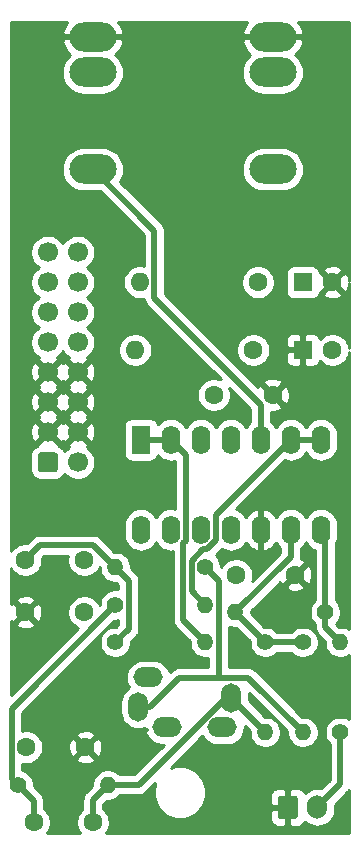
<source format=gbr>
%TF.GenerationSoftware,KiCad,Pcbnew,(5.1.10)-1*%
%TF.CreationDate,2022-02-04T18:44:23-05:00*%
%TF.ProjectId,BIGRIG_OUTPUT,42494752-4947-45f4-9f55-545055542e6b,rev?*%
%TF.SameCoordinates,Original*%
%TF.FileFunction,Copper,L1,Top*%
%TF.FilePolarity,Positive*%
%FSLAX46Y46*%
G04 Gerber Fmt 4.6, Leading zero omitted, Abs format (unit mm)*
G04 Created by KiCad (PCBNEW (5.1.10)-1) date 2022-02-04 18:44:23*
%MOMM*%
%LPD*%
G01*
G04 APERTURE LIST*
%TA.AperFunction,ComponentPad*%
%ADD10O,1.400000X1.400000*%
%TD*%
%TA.AperFunction,ComponentPad*%
%ADD11C,1.400000*%
%TD*%
%TA.AperFunction,ComponentPad*%
%ADD12C,1.600000*%
%TD*%
%TA.AperFunction,ComponentPad*%
%ADD13R,1.600000X1.600000*%
%TD*%
%TA.AperFunction,ComponentPad*%
%ADD14O,1.600000X1.600000*%
%TD*%
%TA.AperFunction,ComponentPad*%
%ADD15C,1.700000*%
%TD*%
%TA.AperFunction,ComponentPad*%
%ADD16O,4.000000X2.500000*%
%TD*%
%TA.AperFunction,ComponentPad*%
%ADD17O,2.500000X1.700000*%
%TD*%
%TA.AperFunction,ComponentPad*%
%ADD18O,1.700000X2.500000*%
%TD*%
%TA.AperFunction,ComponentPad*%
%ADD19O,1.700000X2.000000*%
%TD*%
%TA.AperFunction,ComponentPad*%
%ADD20R,1.600000X2.400000*%
%TD*%
%TA.AperFunction,ComponentPad*%
%ADD21O,1.600000X2.400000*%
%TD*%
%TA.AperFunction,Conductor*%
%ADD22C,0.500000*%
%TD*%
%TA.AperFunction,Conductor*%
%ADD23C,0.254000*%
%TD*%
%TA.AperFunction,Conductor*%
%ADD24C,0.100000*%
%TD*%
G04 APERTURE END LIST*
D10*
%TO.P,R15,2*%
%TO.N,Net-(C13-Pad1)*%
X49530000Y-76835000D03*
D11*
%TO.P,R15,1*%
%TO.N,Right_phone*%
X57150000Y-76835000D03*
%TD*%
D12*
%TO.P,C2,2*%
%TO.N,GND*%
X67905000Y-52705000D03*
D13*
%TO.P,C2,1*%
%TO.N,+12V*%
X65405000Y-52705000D03*
%TD*%
D12*
%TO.P,C3,1*%
%TO.N,GND*%
X62865000Y-62230000D03*
%TO.P,C3,2*%
%TO.N,+12V*%
X57865000Y-62230000D03*
%TD*%
%TO.P,C4,2*%
%TO.N,-12V*%
X59770000Y-77470000D03*
%TO.P,C4,1*%
%TO.N,GND*%
X64770000Y-77470000D03*
%TD*%
D13*
%TO.P,C5,1*%
%TO.N,GND*%
X65405000Y-58420000D03*
D12*
%TO.P,C5,2*%
%TO.N,-12V*%
X67905000Y-58420000D03*
%TD*%
%TO.P,C8,2*%
%TO.N,Net-(C8-Pad2)*%
X42625000Y-98425000D03*
%TO.P,C8,1*%
%TO.N,Left_phone*%
X47625000Y-98425000D03*
%TD*%
%TO.P,C9,1*%
%TO.N,GND*%
X46990000Y-92075000D03*
%TO.P,C9,2*%
%TO.N,-12V*%
X41990000Y-92075000D03*
%TD*%
%TO.P,C12,2*%
%TO.N,+12V*%
X46910000Y-80645000D03*
%TO.P,C12,1*%
%TO.N,GND*%
X41910000Y-80645000D03*
%TD*%
%TO.P,C13,1*%
%TO.N,Net-(C13-Pad1)*%
X41910000Y-76200000D03*
%TO.P,C13,2*%
%TO.N,Right_phone*%
X46910000Y-76200000D03*
%TD*%
%TO.P,FB2,1*%
%TO.N,-12V*%
X61214000Y-58420000D03*
D14*
%TO.P,FB2,2*%
%TO.N,Net-(FB2-Pad2)*%
X51214000Y-58420000D03*
%TD*%
%TO.P,FB3,2*%
%TO.N,Net-(FB3-Pad2)*%
X51595000Y-52705000D03*
D12*
%TO.P,FB3,1*%
%TO.N,+12V*%
X61595000Y-52705000D03*
%TD*%
%TO.P,J1,1*%
%TO.N,Net-(FB2-Pad2)*%
%TA.AperFunction,ComponentPad*%
G36*
G01*
X42965000Y-68545000D02*
X42965000Y-67345000D01*
G75*
G02*
X43215000Y-67095000I250000J0D01*
G01*
X44415000Y-67095000D01*
G75*
G02*
X44665000Y-67345000I0J-250000D01*
G01*
X44665000Y-68545000D01*
G75*
G02*
X44415000Y-68795000I-250000J0D01*
G01*
X43215000Y-68795000D01*
G75*
G02*
X42965000Y-68545000I0J250000D01*
G01*
G37*
%TD.AperFunction*%
D15*
%TO.P,J1,3*%
%TO.N,GND*%
X43815000Y-65405000D03*
%TO.P,J1,5*%
X43815000Y-62865000D03*
%TO.P,J1,7*%
X43815000Y-60325000D03*
%TO.P,J1,9*%
%TO.N,Net-(FB3-Pad2)*%
X43815000Y-57785000D03*
%TO.P,J1,11*%
%TO.N,Net-(J1-Pad11)*%
X43815000Y-55245000D03*
%TO.P,J1,13*%
%TO.N,Net-(J1-Pad13)*%
X43815000Y-52705000D03*
%TO.P,J1,15*%
%TO.N,Net-(J1-Pad15)*%
X43815000Y-50165000D03*
%TO.P,J1,2*%
%TO.N,Net-(FB2-Pad2)*%
X46355000Y-67945000D03*
%TO.P,J1,4*%
%TO.N,GND*%
X46355000Y-65405000D03*
%TO.P,J1,6*%
X46355000Y-62865000D03*
%TO.P,J1,8*%
X46355000Y-60325000D03*
%TO.P,J1,10*%
%TO.N,Net-(FB3-Pad2)*%
X46355000Y-57785000D03*
%TO.P,J1,12*%
%TO.N,Net-(J1-Pad11)*%
X46355000Y-55245000D03*
%TO.P,J1,14*%
%TO.N,Net-(J1-Pad13)*%
X46355000Y-52705000D03*
%TO.P,J1,16*%
%TO.N,Net-(J1-Pad15)*%
X46355000Y-50165000D03*
%TD*%
D16*
%TO.P,J2,1*%
%TO.N,GND*%
X62865000Y-31925000D03*
%TO.P,J2,2*%
%TO.N,Net-(J2-Pad2)*%
X62865000Y-34925000D03*
%TO.P,J2,3*%
%TO.N,Net-(J2-Pad3)*%
X62865000Y-43125000D03*
%TD*%
%TO.P,J3,3*%
%TO.N,Net-(J3-Pad3)*%
X47625000Y-43125000D03*
%TO.P,J3,2*%
%TO.N,Net-(J3-Pad2)*%
X47625000Y-34925000D03*
%TO.P,J3,1*%
%TO.N,GND*%
X47625000Y-31925000D03*
%TD*%
D17*
%TO.P,J4,SN*%
%TO.N,Net-(J4-PadSN)*%
X52300000Y-86140000D03*
%TO.P,J4,TN*%
%TO.N,Net-(J4-PadTN)*%
X58600000Y-90390000D03*
D18*
%TO.P,J4,T*%
%TO.N,Left_phone*%
X59350000Y-87865000D03*
D17*
%TO.P,J4,G*%
%TO.N,GND*%
X53900000Y-90390000D03*
D18*
%TO.P,J4,S*%
%TO.N,Right_phone*%
X51450000Y-88665000D03*
%TD*%
%TO.P,J5,1*%
%TO.N,GND*%
%TA.AperFunction,ComponentPad*%
G36*
G01*
X63285000Y-97905000D02*
X63285000Y-96405000D01*
G75*
G02*
X63535000Y-96155000I250000J0D01*
G01*
X64735000Y-96155000D01*
G75*
G02*
X64985000Y-96405000I0J-250000D01*
G01*
X64985000Y-97905000D01*
G75*
G02*
X64735000Y-98155000I-250000J0D01*
G01*
X63535000Y-98155000D01*
G75*
G02*
X63285000Y-97905000I0J250000D01*
G01*
G37*
%TD.AperFunction*%
D19*
%TO.P,J5,2*%
%TO.N,Mono_Line*%
X66635000Y-97155000D03*
%TD*%
D10*
%TO.P,R9,2*%
%TO.N,Left*%
X57150000Y-80010000D03*
D11*
%TO.P,R9,1*%
%TO.N,Net-(C8-Pad2)*%
X49530000Y-80010000D03*
%TD*%
%TO.P,R10,1*%
%TO.N,Net-(C8-Pad2)*%
X41275000Y-95250000D03*
D10*
%TO.P,R10,2*%
%TO.N,Left_phone*%
X48895000Y-95250000D03*
%TD*%
%TO.P,R11,2*%
%TO.N,Left_phone*%
X62230000Y-90805000D03*
D11*
%TO.P,R11,1*%
%TO.N,Net-(R11-Pad1)*%
X62230000Y-83185000D03*
%TD*%
%TO.P,R12,1*%
%TO.N,Net-(R11-Pad1)*%
X65405000Y-83185000D03*
D10*
%TO.P,R12,2*%
%TO.N,Right_phone*%
X65405000Y-90805000D03*
%TD*%
D11*
%TO.P,R13,1*%
%TO.N,Net-(R13-Pad1)*%
X67310000Y-80645000D03*
D10*
%TO.P,R13,2*%
%TO.N,Net-(R11-Pad1)*%
X59690000Y-80645000D03*
%TD*%
%TO.P,R14,2*%
%TO.N,Net-(R13-Pad1)*%
X68580000Y-83185000D03*
D11*
%TO.P,R14,1*%
%TO.N,Mono_Line*%
X68580000Y-90805000D03*
%TD*%
%TO.P,R16,1*%
%TO.N,Net-(C13-Pad1)*%
X49530000Y-83185000D03*
D10*
%TO.P,R16,2*%
%TO.N,Right*%
X57150000Y-83185000D03*
%TD*%
D20*
%TO.P,U1,1*%
%TO.N,Right*%
X51689000Y-66040000D03*
D21*
%TO.P,U1,8*%
%TO.N,Net-(R13-Pad1)*%
X66929000Y-73660000D03*
%TO.P,U1,2*%
%TO.N,Right*%
X54229000Y-66040000D03*
%TO.P,U1,9*%
%TO.N,Net-(R11-Pad1)*%
X64389000Y-73660000D03*
%TO.P,U1,3*%
%TO.N,Net-(J2-Pad3)*%
X56769000Y-66040000D03*
%TO.P,U1,10*%
%TO.N,GND*%
X61849000Y-73660000D03*
%TO.P,U1,4*%
%TO.N,+12V*%
X59309000Y-66040000D03*
%TO.P,U1,11*%
%TO.N,-12V*%
X59309000Y-73660000D03*
%TO.P,U1,5*%
%TO.N,Net-(J3-Pad3)*%
X61849000Y-66040000D03*
%TO.P,U1,12*%
%TO.N,N/C*%
X56769000Y-73660000D03*
%TO.P,U1,6*%
%TO.N,Left*%
X64389000Y-66040000D03*
%TO.P,U1,13*%
%TO.N,N/C*%
X54229000Y-73660000D03*
%TO.P,U1,7*%
%TO.N,Left*%
X66929000Y-66040000D03*
%TO.P,U1,14*%
%TO.N,N/C*%
X51689000Y-73660000D03*
%TD*%
D22*
%TO.N,Net-(C8-Pad2)*%
X42625000Y-96600000D02*
X41275000Y-95250000D01*
X42625000Y-98425000D02*
X42625000Y-96600000D01*
X40739999Y-94714999D02*
X41275000Y-95250000D01*
X40739999Y-88800001D02*
X40739999Y-94714999D01*
X49530000Y-80010000D02*
X40739999Y-88800001D01*
%TO.N,Left_phone*%
X58886509Y-87865000D02*
X59350000Y-87865000D01*
X51501509Y-95250000D02*
X58886509Y-87865000D01*
X48895000Y-95250000D02*
X51501509Y-95250000D01*
X62230000Y-90745000D02*
X59350000Y-87865000D01*
X62230000Y-90805000D02*
X62230000Y-90745000D01*
X47625000Y-96520000D02*
X48895000Y-95250000D01*
X47625000Y-98425000D02*
X47625000Y-96520000D01*
%TO.N,Net-(C13-Pad1)*%
X50680001Y-77985001D02*
X49530000Y-76835000D01*
X50680001Y-82034999D02*
X50680001Y-77985001D01*
X49530000Y-83185000D02*
X50680001Y-82034999D01*
X43160001Y-74949999D02*
X41910000Y-76200000D01*
X47644999Y-74949999D02*
X43160001Y-74949999D01*
X49530000Y-76835000D02*
X47644999Y-74949999D01*
%TO.N,Right_phone*%
X52453998Y-88665000D02*
X51450000Y-88665000D01*
X54954008Y-86164990D02*
X52453998Y-88665000D01*
X65405000Y-90805000D02*
X60764990Y-86164990D01*
X58300001Y-86036801D02*
X58428190Y-86164990D01*
X58300001Y-77985001D02*
X58300001Y-86036801D01*
X57150000Y-76835000D02*
X58300001Y-77985001D01*
X58428190Y-86164990D02*
X54954008Y-86164990D01*
X60764990Y-86164990D02*
X58428190Y-86164990D01*
%TO.N,Net-(J3-Pad3)*%
X52845001Y-48345001D02*
X47625000Y-43125000D01*
X52845001Y-54060003D02*
X52845001Y-48345001D01*
X61849000Y-63064002D02*
X52845001Y-54060003D01*
X61849000Y-66040000D02*
X61849000Y-63064002D01*
%TO.N,Mono_Line*%
X68580000Y-95210000D02*
X66635000Y-97155000D01*
X68580000Y-90805000D02*
X68580000Y-95210000D01*
%TO.N,Left*%
X64389000Y-66040000D02*
X66929000Y-66040000D01*
X58058990Y-72370010D02*
X64389000Y-66040000D01*
X58058990Y-74537791D02*
X58058990Y-72370010D01*
X57286771Y-75310010D02*
X58058990Y-74537791D01*
X56972988Y-75310010D02*
X57286771Y-75310010D01*
X55999999Y-76282999D02*
X56972988Y-75310010D01*
X55999999Y-78859999D02*
X55999999Y-76282999D01*
X57150000Y-80010000D02*
X55999999Y-78859999D01*
%TO.N,Net-(R11-Pad1)*%
X62230000Y-83185000D02*
X59690000Y-80645000D01*
X65405000Y-83185000D02*
X62230000Y-83185000D01*
X64389000Y-75946000D02*
X64389000Y-73660000D01*
X59690000Y-80645000D02*
X64389000Y-75946000D01*
%TO.N,Net-(R13-Pad1)*%
X67310000Y-81915000D02*
X68580000Y-83185000D01*
X67310000Y-80645000D02*
X67310000Y-81915000D01*
X67310000Y-74041000D02*
X66929000Y-73660000D01*
X67310000Y-80645000D02*
X67310000Y-74041000D01*
%TO.N,Right*%
X51689000Y-66040000D02*
X54229000Y-66040000D01*
X55299989Y-74796772D02*
X55479010Y-74617751D01*
X55479010Y-67290010D02*
X54229000Y-66040000D01*
X55299989Y-81334989D02*
X55299989Y-74796772D01*
X55479010Y-74617751D02*
X55479010Y-67290010D01*
X57150000Y-83185000D02*
X55299989Y-81334989D01*
%TD*%
D23*
%TO.N,GND*%
X65730068Y-74861100D02*
X65909392Y-75079607D01*
X66127899Y-75258932D01*
X66377192Y-75392182D01*
X66425001Y-75406684D01*
X66425000Y-79642025D01*
X66273038Y-79793987D01*
X66126939Y-80012641D01*
X66026304Y-80255595D01*
X65975000Y-80513514D01*
X65975000Y-80776486D01*
X66026304Y-81034405D01*
X66126939Y-81277359D01*
X66273038Y-81496013D01*
X66425001Y-81647976D01*
X66425001Y-81871522D01*
X66420719Y-81915000D01*
X66437805Y-82088490D01*
X66488412Y-82255313D01*
X66570590Y-82409059D01*
X66653468Y-82510046D01*
X66653471Y-82510049D01*
X66681184Y-82543817D01*
X66714951Y-82571529D01*
X67245000Y-83101578D01*
X67245000Y-83316486D01*
X67296304Y-83574405D01*
X67396939Y-83817359D01*
X67543038Y-84036013D01*
X67728987Y-84221962D01*
X67947641Y-84368061D01*
X68190595Y-84468696D01*
X68448514Y-84520000D01*
X68711486Y-84520000D01*
X68969405Y-84468696D01*
X69212359Y-84368061D01*
X69340001Y-84282774D01*
X69340001Y-89707226D01*
X69212359Y-89621939D01*
X68969405Y-89521304D01*
X68711486Y-89470000D01*
X68448514Y-89470000D01*
X68190595Y-89521304D01*
X67947641Y-89621939D01*
X67728987Y-89768038D01*
X67543038Y-89953987D01*
X67396939Y-90172641D01*
X67296304Y-90415595D01*
X67245000Y-90673514D01*
X67245000Y-90936486D01*
X67296304Y-91194405D01*
X67396939Y-91437359D01*
X67543038Y-91656013D01*
X67695000Y-91807975D01*
X67695001Y-94843420D01*
X66980450Y-95557971D01*
X66926110Y-95541487D01*
X66635000Y-95512815D01*
X66343889Y-95541487D01*
X66063966Y-95626401D01*
X65805986Y-95764294D01*
X65585055Y-95945608D01*
X65574502Y-95910820D01*
X65515537Y-95800506D01*
X65436185Y-95703815D01*
X65339494Y-95624463D01*
X65229180Y-95565498D01*
X65109482Y-95529188D01*
X64985000Y-95516928D01*
X64420750Y-95520000D01*
X64262000Y-95678750D01*
X64262000Y-97028000D01*
X64282000Y-97028000D01*
X64282000Y-97282000D01*
X64262000Y-97282000D01*
X64262000Y-98631250D01*
X64420750Y-98790000D01*
X64985000Y-98793072D01*
X65109482Y-98780812D01*
X65229180Y-98744502D01*
X65339494Y-98685537D01*
X65436185Y-98606185D01*
X65515537Y-98509494D01*
X65574502Y-98399180D01*
X65585055Y-98364392D01*
X65805987Y-98545706D01*
X66063967Y-98683599D01*
X66343890Y-98768513D01*
X66635000Y-98797185D01*
X66926111Y-98768513D01*
X67206034Y-98683599D01*
X67464014Y-98545706D01*
X67690134Y-98360134D01*
X67875706Y-98134014D01*
X68013599Y-97876033D01*
X68098513Y-97596110D01*
X68120000Y-97377949D01*
X68120000Y-96932050D01*
X68119061Y-96922517D01*
X69175049Y-95866530D01*
X69208817Y-95838817D01*
X69240259Y-95800506D01*
X69319410Y-95704060D01*
X69319541Y-95703815D01*
X69340001Y-95665537D01*
X69340001Y-99340000D01*
X48739396Y-99340000D01*
X48739637Y-99339759D01*
X48896680Y-99104727D01*
X49004853Y-98843574D01*
X49060000Y-98566335D01*
X49060000Y-98283665D01*
X49034407Y-98155000D01*
X62646928Y-98155000D01*
X62659188Y-98279482D01*
X62695498Y-98399180D01*
X62754463Y-98509494D01*
X62833815Y-98606185D01*
X62930506Y-98685537D01*
X63040820Y-98744502D01*
X63160518Y-98780812D01*
X63285000Y-98793072D01*
X63849250Y-98790000D01*
X64008000Y-98631250D01*
X64008000Y-97282000D01*
X62808750Y-97282000D01*
X62650000Y-97440750D01*
X62646928Y-98155000D01*
X49034407Y-98155000D01*
X49004853Y-98006426D01*
X48896680Y-97745273D01*
X48739637Y-97510241D01*
X48539759Y-97310363D01*
X48510000Y-97290479D01*
X48510000Y-96886578D01*
X48811578Y-96585000D01*
X49026486Y-96585000D01*
X49284405Y-96533696D01*
X49527359Y-96433061D01*
X49746013Y-96286962D01*
X49897975Y-96135000D01*
X51458040Y-96135000D01*
X51501509Y-96139281D01*
X51544978Y-96135000D01*
X51544986Y-96135000D01*
X51674999Y-96122195D01*
X51841822Y-96071589D01*
X51995568Y-95989411D01*
X52130326Y-95878817D01*
X52158043Y-95845044D01*
X52908079Y-95095008D01*
X52850890Y-95233075D01*
X52765000Y-95664872D01*
X52765000Y-96105128D01*
X52850890Y-96536925D01*
X53019369Y-96943669D01*
X53263962Y-97309729D01*
X53575271Y-97621038D01*
X53941331Y-97865631D01*
X54348075Y-98034110D01*
X54779872Y-98120000D01*
X55220128Y-98120000D01*
X55651925Y-98034110D01*
X56058669Y-97865631D01*
X56424729Y-97621038D01*
X56736038Y-97309729D01*
X56980631Y-96943669D01*
X57149110Y-96536925D01*
X57225079Y-96155000D01*
X62646928Y-96155000D01*
X62650000Y-96869250D01*
X62808750Y-97028000D01*
X64008000Y-97028000D01*
X64008000Y-95678750D01*
X63849250Y-95520000D01*
X63285000Y-95516928D01*
X63160518Y-95529188D01*
X63040820Y-95565498D01*
X62930506Y-95624463D01*
X62833815Y-95703815D01*
X62754463Y-95800506D01*
X62695498Y-95910820D01*
X62659188Y-96030518D01*
X62646928Y-96155000D01*
X57225079Y-96155000D01*
X57235000Y-96105128D01*
X57235000Y-95664872D01*
X57149110Y-95233075D01*
X56980631Y-94826331D01*
X56736038Y-94460271D01*
X56424729Y-94148962D01*
X56058669Y-93904369D01*
X55651925Y-93735890D01*
X55220128Y-93650000D01*
X54779872Y-93650000D01*
X54348075Y-93735890D01*
X54210008Y-93793079D01*
X56898260Y-91104828D01*
X56959294Y-91219014D01*
X57144866Y-91445134D01*
X57370986Y-91630706D01*
X57628966Y-91768599D01*
X57908889Y-91853513D01*
X58127050Y-91875000D01*
X59072950Y-91875000D01*
X59291111Y-91853513D01*
X59571034Y-91768599D01*
X59829014Y-91630706D01*
X60055134Y-91445134D01*
X60240706Y-91219014D01*
X60378599Y-90961034D01*
X60463513Y-90681111D01*
X60492185Y-90390000D01*
X60477847Y-90244426D01*
X60896980Y-90663559D01*
X60895000Y-90673514D01*
X60895000Y-90936486D01*
X60946304Y-91194405D01*
X61046939Y-91437359D01*
X61193038Y-91656013D01*
X61378987Y-91841962D01*
X61597641Y-91988061D01*
X61840595Y-92088696D01*
X62098514Y-92140000D01*
X62361486Y-92140000D01*
X62619405Y-92088696D01*
X62862359Y-91988061D01*
X63081013Y-91841962D01*
X63266962Y-91656013D01*
X63413061Y-91437359D01*
X63513696Y-91194405D01*
X63565000Y-90936486D01*
X63565000Y-90673514D01*
X63513696Y-90415595D01*
X63413061Y-90172641D01*
X63266962Y-89953987D01*
X63081013Y-89768038D01*
X62862359Y-89621939D01*
X62619405Y-89521304D01*
X62361486Y-89470000D01*
X62206579Y-89470000D01*
X60835000Y-88098422D01*
X60835000Y-87486578D01*
X64070000Y-90721579D01*
X64070000Y-90936486D01*
X64121304Y-91194405D01*
X64221939Y-91437359D01*
X64368038Y-91656013D01*
X64553987Y-91841962D01*
X64772641Y-91988061D01*
X65015595Y-92088696D01*
X65273514Y-92140000D01*
X65536486Y-92140000D01*
X65794405Y-92088696D01*
X66037359Y-91988061D01*
X66256013Y-91841962D01*
X66441962Y-91656013D01*
X66588061Y-91437359D01*
X66688696Y-91194405D01*
X66740000Y-90936486D01*
X66740000Y-90673514D01*
X66688696Y-90415595D01*
X66588061Y-90172641D01*
X66441962Y-89953987D01*
X66256013Y-89768038D01*
X66037359Y-89621939D01*
X65794405Y-89521304D01*
X65536486Y-89470000D01*
X65321579Y-89470000D01*
X61421522Y-85569944D01*
X61393807Y-85536173D01*
X61259049Y-85425579D01*
X61105303Y-85343401D01*
X60938480Y-85292795D01*
X60808467Y-85279990D01*
X60808459Y-85279990D01*
X60764990Y-85275709D01*
X60721521Y-85279990D01*
X59185001Y-85279990D01*
X59185001Y-81880815D01*
X59300595Y-81928696D01*
X59558514Y-81980000D01*
X59773422Y-81980000D01*
X60895000Y-83101579D01*
X60895000Y-83316486D01*
X60946304Y-83574405D01*
X61046939Y-83817359D01*
X61193038Y-84036013D01*
X61378987Y-84221962D01*
X61597641Y-84368061D01*
X61840595Y-84468696D01*
X62098514Y-84520000D01*
X62361486Y-84520000D01*
X62619405Y-84468696D01*
X62862359Y-84368061D01*
X63081013Y-84221962D01*
X63232975Y-84070000D01*
X64402025Y-84070000D01*
X64553987Y-84221962D01*
X64772641Y-84368061D01*
X65015595Y-84468696D01*
X65273514Y-84520000D01*
X65536486Y-84520000D01*
X65794405Y-84468696D01*
X66037359Y-84368061D01*
X66256013Y-84221962D01*
X66441962Y-84036013D01*
X66588061Y-83817359D01*
X66688696Y-83574405D01*
X66740000Y-83316486D01*
X66740000Y-83053514D01*
X66688696Y-82795595D01*
X66588061Y-82552641D01*
X66441962Y-82333987D01*
X66256013Y-82148038D01*
X66037359Y-82001939D01*
X65794405Y-81901304D01*
X65536486Y-81850000D01*
X65273514Y-81850000D01*
X65015595Y-81901304D01*
X64772641Y-82001939D01*
X64553987Y-82148038D01*
X64402025Y-82300000D01*
X63232975Y-82300000D01*
X63081013Y-82148038D01*
X62862359Y-82001939D01*
X62619405Y-81901304D01*
X62361486Y-81850000D01*
X62146579Y-81850000D01*
X61025000Y-80728422D01*
X61025000Y-80561578D01*
X63123876Y-78462702D01*
X63956903Y-78462702D01*
X64028486Y-78706671D01*
X64283996Y-78827571D01*
X64558184Y-78896300D01*
X64840512Y-78910217D01*
X65120130Y-78868787D01*
X65386292Y-78773603D01*
X65511514Y-78706671D01*
X65583097Y-78462702D01*
X64770000Y-77649605D01*
X63956903Y-78462702D01*
X63123876Y-78462702D01*
X63478202Y-78108377D01*
X63533329Y-78211514D01*
X63777298Y-78283097D01*
X64590395Y-77470000D01*
X64949605Y-77470000D01*
X65762702Y-78283097D01*
X66006671Y-78211514D01*
X66127571Y-77956004D01*
X66196300Y-77681816D01*
X66210217Y-77399488D01*
X66168787Y-77119870D01*
X66073603Y-76853708D01*
X66006671Y-76728486D01*
X65762702Y-76656903D01*
X64949605Y-77470000D01*
X64590395Y-77470000D01*
X64576253Y-77455858D01*
X64755858Y-77276253D01*
X64770000Y-77290395D01*
X65583097Y-76477298D01*
X65511514Y-76233329D01*
X65261628Y-76115090D01*
X65265950Y-76071213D01*
X65274000Y-75989477D01*
X65274000Y-75989469D01*
X65278281Y-75946000D01*
X65274000Y-75902531D01*
X65274000Y-75190077D01*
X65408607Y-75079608D01*
X65587932Y-74861101D01*
X65659000Y-74728142D01*
X65730068Y-74861100D01*
%TA.AperFunction,Conductor*%
D24*
G36*
X65730068Y-74861100D02*
G01*
X65909392Y-75079607D01*
X66127899Y-75258932D01*
X66377192Y-75392182D01*
X66425001Y-75406684D01*
X66425000Y-79642025D01*
X66273038Y-79793987D01*
X66126939Y-80012641D01*
X66026304Y-80255595D01*
X65975000Y-80513514D01*
X65975000Y-80776486D01*
X66026304Y-81034405D01*
X66126939Y-81277359D01*
X66273038Y-81496013D01*
X66425001Y-81647976D01*
X66425001Y-81871522D01*
X66420719Y-81915000D01*
X66437805Y-82088490D01*
X66488412Y-82255313D01*
X66570590Y-82409059D01*
X66653468Y-82510046D01*
X66653471Y-82510049D01*
X66681184Y-82543817D01*
X66714951Y-82571529D01*
X67245000Y-83101578D01*
X67245000Y-83316486D01*
X67296304Y-83574405D01*
X67396939Y-83817359D01*
X67543038Y-84036013D01*
X67728987Y-84221962D01*
X67947641Y-84368061D01*
X68190595Y-84468696D01*
X68448514Y-84520000D01*
X68711486Y-84520000D01*
X68969405Y-84468696D01*
X69212359Y-84368061D01*
X69340001Y-84282774D01*
X69340001Y-89707226D01*
X69212359Y-89621939D01*
X68969405Y-89521304D01*
X68711486Y-89470000D01*
X68448514Y-89470000D01*
X68190595Y-89521304D01*
X67947641Y-89621939D01*
X67728987Y-89768038D01*
X67543038Y-89953987D01*
X67396939Y-90172641D01*
X67296304Y-90415595D01*
X67245000Y-90673514D01*
X67245000Y-90936486D01*
X67296304Y-91194405D01*
X67396939Y-91437359D01*
X67543038Y-91656013D01*
X67695000Y-91807975D01*
X67695001Y-94843420D01*
X66980450Y-95557971D01*
X66926110Y-95541487D01*
X66635000Y-95512815D01*
X66343889Y-95541487D01*
X66063966Y-95626401D01*
X65805986Y-95764294D01*
X65585055Y-95945608D01*
X65574502Y-95910820D01*
X65515537Y-95800506D01*
X65436185Y-95703815D01*
X65339494Y-95624463D01*
X65229180Y-95565498D01*
X65109482Y-95529188D01*
X64985000Y-95516928D01*
X64420750Y-95520000D01*
X64262000Y-95678750D01*
X64262000Y-97028000D01*
X64282000Y-97028000D01*
X64282000Y-97282000D01*
X64262000Y-97282000D01*
X64262000Y-98631250D01*
X64420750Y-98790000D01*
X64985000Y-98793072D01*
X65109482Y-98780812D01*
X65229180Y-98744502D01*
X65339494Y-98685537D01*
X65436185Y-98606185D01*
X65515537Y-98509494D01*
X65574502Y-98399180D01*
X65585055Y-98364392D01*
X65805987Y-98545706D01*
X66063967Y-98683599D01*
X66343890Y-98768513D01*
X66635000Y-98797185D01*
X66926111Y-98768513D01*
X67206034Y-98683599D01*
X67464014Y-98545706D01*
X67690134Y-98360134D01*
X67875706Y-98134014D01*
X68013599Y-97876033D01*
X68098513Y-97596110D01*
X68120000Y-97377949D01*
X68120000Y-96932050D01*
X68119061Y-96922517D01*
X69175049Y-95866530D01*
X69208817Y-95838817D01*
X69240259Y-95800506D01*
X69319410Y-95704060D01*
X69319541Y-95703815D01*
X69340001Y-95665537D01*
X69340001Y-99340000D01*
X48739396Y-99340000D01*
X48739637Y-99339759D01*
X48896680Y-99104727D01*
X49004853Y-98843574D01*
X49060000Y-98566335D01*
X49060000Y-98283665D01*
X49034407Y-98155000D01*
X62646928Y-98155000D01*
X62659188Y-98279482D01*
X62695498Y-98399180D01*
X62754463Y-98509494D01*
X62833815Y-98606185D01*
X62930506Y-98685537D01*
X63040820Y-98744502D01*
X63160518Y-98780812D01*
X63285000Y-98793072D01*
X63849250Y-98790000D01*
X64008000Y-98631250D01*
X64008000Y-97282000D01*
X62808750Y-97282000D01*
X62650000Y-97440750D01*
X62646928Y-98155000D01*
X49034407Y-98155000D01*
X49004853Y-98006426D01*
X48896680Y-97745273D01*
X48739637Y-97510241D01*
X48539759Y-97310363D01*
X48510000Y-97290479D01*
X48510000Y-96886578D01*
X48811578Y-96585000D01*
X49026486Y-96585000D01*
X49284405Y-96533696D01*
X49527359Y-96433061D01*
X49746013Y-96286962D01*
X49897975Y-96135000D01*
X51458040Y-96135000D01*
X51501509Y-96139281D01*
X51544978Y-96135000D01*
X51544986Y-96135000D01*
X51674999Y-96122195D01*
X51841822Y-96071589D01*
X51995568Y-95989411D01*
X52130326Y-95878817D01*
X52158043Y-95845044D01*
X52908079Y-95095008D01*
X52850890Y-95233075D01*
X52765000Y-95664872D01*
X52765000Y-96105128D01*
X52850890Y-96536925D01*
X53019369Y-96943669D01*
X53263962Y-97309729D01*
X53575271Y-97621038D01*
X53941331Y-97865631D01*
X54348075Y-98034110D01*
X54779872Y-98120000D01*
X55220128Y-98120000D01*
X55651925Y-98034110D01*
X56058669Y-97865631D01*
X56424729Y-97621038D01*
X56736038Y-97309729D01*
X56980631Y-96943669D01*
X57149110Y-96536925D01*
X57225079Y-96155000D01*
X62646928Y-96155000D01*
X62650000Y-96869250D01*
X62808750Y-97028000D01*
X64008000Y-97028000D01*
X64008000Y-95678750D01*
X63849250Y-95520000D01*
X63285000Y-95516928D01*
X63160518Y-95529188D01*
X63040820Y-95565498D01*
X62930506Y-95624463D01*
X62833815Y-95703815D01*
X62754463Y-95800506D01*
X62695498Y-95910820D01*
X62659188Y-96030518D01*
X62646928Y-96155000D01*
X57225079Y-96155000D01*
X57235000Y-96105128D01*
X57235000Y-95664872D01*
X57149110Y-95233075D01*
X56980631Y-94826331D01*
X56736038Y-94460271D01*
X56424729Y-94148962D01*
X56058669Y-93904369D01*
X55651925Y-93735890D01*
X55220128Y-93650000D01*
X54779872Y-93650000D01*
X54348075Y-93735890D01*
X54210008Y-93793079D01*
X56898260Y-91104828D01*
X56959294Y-91219014D01*
X57144866Y-91445134D01*
X57370986Y-91630706D01*
X57628966Y-91768599D01*
X57908889Y-91853513D01*
X58127050Y-91875000D01*
X59072950Y-91875000D01*
X59291111Y-91853513D01*
X59571034Y-91768599D01*
X59829014Y-91630706D01*
X60055134Y-91445134D01*
X60240706Y-91219014D01*
X60378599Y-90961034D01*
X60463513Y-90681111D01*
X60492185Y-90390000D01*
X60477847Y-90244426D01*
X60896980Y-90663559D01*
X60895000Y-90673514D01*
X60895000Y-90936486D01*
X60946304Y-91194405D01*
X61046939Y-91437359D01*
X61193038Y-91656013D01*
X61378987Y-91841962D01*
X61597641Y-91988061D01*
X61840595Y-92088696D01*
X62098514Y-92140000D01*
X62361486Y-92140000D01*
X62619405Y-92088696D01*
X62862359Y-91988061D01*
X63081013Y-91841962D01*
X63266962Y-91656013D01*
X63413061Y-91437359D01*
X63513696Y-91194405D01*
X63565000Y-90936486D01*
X63565000Y-90673514D01*
X63513696Y-90415595D01*
X63413061Y-90172641D01*
X63266962Y-89953987D01*
X63081013Y-89768038D01*
X62862359Y-89621939D01*
X62619405Y-89521304D01*
X62361486Y-89470000D01*
X62206579Y-89470000D01*
X60835000Y-88098422D01*
X60835000Y-87486578D01*
X64070000Y-90721579D01*
X64070000Y-90936486D01*
X64121304Y-91194405D01*
X64221939Y-91437359D01*
X64368038Y-91656013D01*
X64553987Y-91841962D01*
X64772641Y-91988061D01*
X65015595Y-92088696D01*
X65273514Y-92140000D01*
X65536486Y-92140000D01*
X65794405Y-92088696D01*
X66037359Y-91988061D01*
X66256013Y-91841962D01*
X66441962Y-91656013D01*
X66588061Y-91437359D01*
X66688696Y-91194405D01*
X66740000Y-90936486D01*
X66740000Y-90673514D01*
X66688696Y-90415595D01*
X66588061Y-90172641D01*
X66441962Y-89953987D01*
X66256013Y-89768038D01*
X66037359Y-89621939D01*
X65794405Y-89521304D01*
X65536486Y-89470000D01*
X65321579Y-89470000D01*
X61421522Y-85569944D01*
X61393807Y-85536173D01*
X61259049Y-85425579D01*
X61105303Y-85343401D01*
X60938480Y-85292795D01*
X60808467Y-85279990D01*
X60808459Y-85279990D01*
X60764990Y-85275709D01*
X60721521Y-85279990D01*
X59185001Y-85279990D01*
X59185001Y-81880815D01*
X59300595Y-81928696D01*
X59558514Y-81980000D01*
X59773422Y-81980000D01*
X60895000Y-83101579D01*
X60895000Y-83316486D01*
X60946304Y-83574405D01*
X61046939Y-83817359D01*
X61193038Y-84036013D01*
X61378987Y-84221962D01*
X61597641Y-84368061D01*
X61840595Y-84468696D01*
X62098514Y-84520000D01*
X62361486Y-84520000D01*
X62619405Y-84468696D01*
X62862359Y-84368061D01*
X63081013Y-84221962D01*
X63232975Y-84070000D01*
X64402025Y-84070000D01*
X64553987Y-84221962D01*
X64772641Y-84368061D01*
X65015595Y-84468696D01*
X65273514Y-84520000D01*
X65536486Y-84520000D01*
X65794405Y-84468696D01*
X66037359Y-84368061D01*
X66256013Y-84221962D01*
X66441962Y-84036013D01*
X66588061Y-83817359D01*
X66688696Y-83574405D01*
X66740000Y-83316486D01*
X66740000Y-83053514D01*
X66688696Y-82795595D01*
X66588061Y-82552641D01*
X66441962Y-82333987D01*
X66256013Y-82148038D01*
X66037359Y-82001939D01*
X65794405Y-81901304D01*
X65536486Y-81850000D01*
X65273514Y-81850000D01*
X65015595Y-81901304D01*
X64772641Y-82001939D01*
X64553987Y-82148038D01*
X64402025Y-82300000D01*
X63232975Y-82300000D01*
X63081013Y-82148038D01*
X62862359Y-82001939D01*
X62619405Y-81901304D01*
X62361486Y-81850000D01*
X62146579Y-81850000D01*
X61025000Y-80728422D01*
X61025000Y-80561578D01*
X63123876Y-78462702D01*
X63956903Y-78462702D01*
X64028486Y-78706671D01*
X64283996Y-78827571D01*
X64558184Y-78896300D01*
X64840512Y-78910217D01*
X65120130Y-78868787D01*
X65386292Y-78773603D01*
X65511514Y-78706671D01*
X65583097Y-78462702D01*
X64770000Y-77649605D01*
X63956903Y-78462702D01*
X63123876Y-78462702D01*
X63478202Y-78108377D01*
X63533329Y-78211514D01*
X63777298Y-78283097D01*
X64590395Y-77470000D01*
X64949605Y-77470000D01*
X65762702Y-78283097D01*
X66006671Y-78211514D01*
X66127571Y-77956004D01*
X66196300Y-77681816D01*
X66210217Y-77399488D01*
X66168787Y-77119870D01*
X66073603Y-76853708D01*
X66006671Y-76728486D01*
X65762702Y-76656903D01*
X64949605Y-77470000D01*
X64590395Y-77470000D01*
X64576253Y-77455858D01*
X64755858Y-77276253D01*
X64770000Y-77290395D01*
X65583097Y-76477298D01*
X65511514Y-76233329D01*
X65261628Y-76115090D01*
X65265950Y-76071213D01*
X65274000Y-75989477D01*
X65274000Y-75989469D01*
X65278281Y-75946000D01*
X65274000Y-75902531D01*
X65274000Y-75190077D01*
X65408607Y-75079608D01*
X65587932Y-74861101D01*
X65659000Y-74728142D01*
X65730068Y-74861100D01*
G37*
%TD.AperFunction*%
D23*
X45452301Y-30681906D02*
X45237122Y-30983347D01*
X45084886Y-31320975D01*
X45037305Y-31505355D01*
X45153428Y-31798000D01*
X47498000Y-31798000D01*
X47498000Y-31778000D01*
X47752000Y-31778000D01*
X47752000Y-31798000D01*
X50096572Y-31798000D01*
X50212695Y-31505355D01*
X50165114Y-31320975D01*
X50012878Y-30983347D01*
X49797699Y-30681906D01*
X49774395Y-30660000D01*
X60715605Y-30660000D01*
X60692301Y-30681906D01*
X60477122Y-30983347D01*
X60324886Y-31320975D01*
X60277305Y-31505355D01*
X60393428Y-31798000D01*
X62738000Y-31798000D01*
X62738000Y-31778000D01*
X62992000Y-31778000D01*
X62992000Y-31798000D01*
X65336572Y-31798000D01*
X65452695Y-31505355D01*
X65405114Y-31320975D01*
X65252878Y-30983347D01*
X65037699Y-30681906D01*
X65014395Y-30660000D01*
X69340000Y-30660000D01*
X69340000Y-52599280D01*
X69303787Y-52354870D01*
X69208603Y-52088708D01*
X69141671Y-51963486D01*
X68897702Y-51891903D01*
X68084605Y-52705000D01*
X68897702Y-53518097D01*
X69141671Y-53446514D01*
X69262571Y-53191004D01*
X69331300Y-52916816D01*
X69340000Y-52740316D01*
X69340000Y-58278665D01*
X69284853Y-58001426D01*
X69176680Y-57740273D01*
X69019637Y-57505241D01*
X68819759Y-57305363D01*
X68584727Y-57148320D01*
X68323574Y-57040147D01*
X68046335Y-56985000D01*
X67763665Y-56985000D01*
X67486426Y-57040147D01*
X67225273Y-57148320D01*
X66990241Y-57305363D01*
X66823661Y-57471943D01*
X66794502Y-57375820D01*
X66735537Y-57265506D01*
X66656185Y-57168815D01*
X66559494Y-57089463D01*
X66449180Y-57030498D01*
X66329482Y-56994188D01*
X66205000Y-56981928D01*
X65690750Y-56985000D01*
X65532000Y-57143750D01*
X65532000Y-58293000D01*
X65552000Y-58293000D01*
X65552000Y-58547000D01*
X65532000Y-58547000D01*
X65532000Y-59696250D01*
X65690750Y-59855000D01*
X66205000Y-59858072D01*
X66329482Y-59845812D01*
X66449180Y-59809502D01*
X66559494Y-59750537D01*
X66656185Y-59671185D01*
X66735537Y-59574494D01*
X66794502Y-59464180D01*
X66823661Y-59368057D01*
X66990241Y-59534637D01*
X67225273Y-59691680D01*
X67486426Y-59799853D01*
X67763665Y-59855000D01*
X68046335Y-59855000D01*
X68323574Y-59799853D01*
X68584727Y-59691680D01*
X68819759Y-59534637D01*
X69019637Y-59334759D01*
X69176680Y-59099727D01*
X69284853Y-58838574D01*
X69340000Y-58561335D01*
X69340001Y-82087226D01*
X69212359Y-82001939D01*
X68969405Y-81901304D01*
X68711486Y-81850000D01*
X68496578Y-81850000D01*
X68244777Y-81598198D01*
X68346962Y-81496013D01*
X68493061Y-81277359D01*
X68593696Y-81034405D01*
X68645000Y-80776486D01*
X68645000Y-80513514D01*
X68593696Y-80255595D01*
X68493061Y-80012641D01*
X68346962Y-79793987D01*
X68195000Y-79642025D01*
X68195000Y-74735626D01*
X68261182Y-74611808D01*
X68343236Y-74341309D01*
X68364000Y-74130492D01*
X68364000Y-73189509D01*
X68343236Y-72978691D01*
X68261182Y-72708192D01*
X68127932Y-72458899D01*
X67948608Y-72240392D01*
X67730101Y-72061068D01*
X67480808Y-71927818D01*
X67210309Y-71845764D01*
X66929000Y-71818057D01*
X66647692Y-71845764D01*
X66377193Y-71927818D01*
X66127900Y-72061068D01*
X65909393Y-72240392D01*
X65730068Y-72458899D01*
X65659000Y-72591858D01*
X65587932Y-72458899D01*
X65408608Y-72240392D01*
X65190101Y-72061068D01*
X64940808Y-71927818D01*
X64670309Y-71845764D01*
X64389000Y-71818057D01*
X64107692Y-71845764D01*
X63837193Y-71927818D01*
X63587900Y-72061068D01*
X63369393Y-72240392D01*
X63190068Y-72458899D01*
X63121735Y-72586741D01*
X62971601Y-72357161D01*
X62773895Y-72155500D01*
X62540646Y-71996285D01*
X62280818Y-71885633D01*
X62198039Y-71868096D01*
X61976000Y-71990085D01*
X61976000Y-73533000D01*
X61996000Y-73533000D01*
X61996000Y-73787000D01*
X61976000Y-73787000D01*
X61976000Y-75329915D01*
X62198039Y-75451904D01*
X62280818Y-75434367D01*
X62540646Y-75323715D01*
X62773895Y-75164500D01*
X62971601Y-74962839D01*
X63121735Y-74733258D01*
X63190068Y-74861100D01*
X63369392Y-75079607D01*
X63504000Y-75190078D01*
X63504000Y-75579421D01*
X61118037Y-77965384D01*
X61149853Y-77888574D01*
X61205000Y-77611335D01*
X61205000Y-77328665D01*
X61149853Y-77051426D01*
X61041680Y-76790273D01*
X60884637Y-76555241D01*
X60684759Y-76355363D01*
X60449727Y-76198320D01*
X60188574Y-76090147D01*
X59911335Y-76035000D01*
X59628665Y-76035000D01*
X59351426Y-76090147D01*
X59090273Y-76198320D01*
X58855241Y-76355363D01*
X58655363Y-76555241D01*
X58498320Y-76790273D01*
X58485000Y-76822430D01*
X58485000Y-76703514D01*
X58433696Y-76445595D01*
X58333061Y-76202641D01*
X58186962Y-75983987D01*
X58025667Y-75822692D01*
X58561029Y-75287331D01*
X58757192Y-75392182D01*
X59027691Y-75474236D01*
X59309000Y-75501943D01*
X59590308Y-75474236D01*
X59860807Y-75392182D01*
X60110100Y-75258932D01*
X60328607Y-75079608D01*
X60507932Y-74861101D01*
X60576265Y-74733259D01*
X60726399Y-74962839D01*
X60924105Y-75164500D01*
X61157354Y-75323715D01*
X61417182Y-75434367D01*
X61499961Y-75451904D01*
X61722000Y-75329915D01*
X61722000Y-73787000D01*
X61702000Y-73787000D01*
X61702000Y-73533000D01*
X61722000Y-73533000D01*
X61722000Y-71990085D01*
X61499961Y-71868096D01*
X61417182Y-71885633D01*
X61157354Y-71996285D01*
X60924105Y-72155500D01*
X60726399Y-72357161D01*
X60576265Y-72586741D01*
X60507932Y-72458899D01*
X60328608Y-72240392D01*
X60110101Y-72061068D01*
X59860808Y-71927818D01*
X59777907Y-71902671D01*
X63891824Y-67788754D01*
X64107691Y-67854236D01*
X64389000Y-67881943D01*
X64670308Y-67854236D01*
X64940807Y-67772182D01*
X65190100Y-67638932D01*
X65408607Y-67459608D01*
X65587932Y-67241101D01*
X65659000Y-67108142D01*
X65730068Y-67241100D01*
X65909392Y-67459607D01*
X66127899Y-67638932D01*
X66377192Y-67772182D01*
X66647691Y-67854236D01*
X66929000Y-67881943D01*
X67210308Y-67854236D01*
X67480807Y-67772182D01*
X67730100Y-67638932D01*
X67948607Y-67459608D01*
X68127932Y-67241101D01*
X68261182Y-66991808D01*
X68343236Y-66721309D01*
X68364000Y-66510492D01*
X68364000Y-65569509D01*
X68343236Y-65358691D01*
X68261182Y-65088192D01*
X68127932Y-64838899D01*
X67948608Y-64620392D01*
X67730101Y-64441068D01*
X67480808Y-64307818D01*
X67210309Y-64225764D01*
X66929000Y-64198057D01*
X66647692Y-64225764D01*
X66377193Y-64307818D01*
X66127900Y-64441068D01*
X65909393Y-64620392D01*
X65730068Y-64838899D01*
X65659000Y-64971858D01*
X65587932Y-64838899D01*
X65408608Y-64620392D01*
X65190101Y-64441068D01*
X64940808Y-64307818D01*
X64670309Y-64225764D01*
X64389000Y-64198057D01*
X64107692Y-64225764D01*
X63837193Y-64307818D01*
X63587900Y-64441068D01*
X63369393Y-64620392D01*
X63190068Y-64838899D01*
X63119000Y-64971858D01*
X63047932Y-64838899D01*
X62868608Y-64620392D01*
X62734000Y-64509922D01*
X62734000Y-63660284D01*
X62935512Y-63670217D01*
X63215130Y-63628787D01*
X63481292Y-63533603D01*
X63606514Y-63466671D01*
X63678097Y-63222702D01*
X62865000Y-62409605D01*
X62850858Y-62423748D01*
X62671253Y-62244143D01*
X62685395Y-62230000D01*
X63044605Y-62230000D01*
X63857702Y-63043097D01*
X64101671Y-62971514D01*
X64222571Y-62716004D01*
X64291300Y-62441816D01*
X64305217Y-62159488D01*
X64263787Y-61879870D01*
X64168603Y-61613708D01*
X64101671Y-61488486D01*
X63857702Y-61416903D01*
X63044605Y-62230000D01*
X62685395Y-62230000D01*
X61872298Y-61416903D01*
X61628329Y-61488486D01*
X61595161Y-61558584D01*
X61273875Y-61237298D01*
X62051903Y-61237298D01*
X62865000Y-62050395D01*
X63678097Y-61237298D01*
X63606514Y-60993329D01*
X63351004Y-60872429D01*
X63076816Y-60803700D01*
X62794488Y-60789783D01*
X62514870Y-60831213D01*
X62248708Y-60926397D01*
X62123486Y-60993329D01*
X62051903Y-61237298D01*
X61273875Y-61237298D01*
X58315242Y-58278665D01*
X59779000Y-58278665D01*
X59779000Y-58561335D01*
X59834147Y-58838574D01*
X59942320Y-59099727D01*
X60099363Y-59334759D01*
X60299241Y-59534637D01*
X60534273Y-59691680D01*
X60795426Y-59799853D01*
X61072665Y-59855000D01*
X61355335Y-59855000D01*
X61632574Y-59799853D01*
X61893727Y-59691680D01*
X62128759Y-59534637D01*
X62328637Y-59334759D01*
X62405316Y-59220000D01*
X63966928Y-59220000D01*
X63979188Y-59344482D01*
X64015498Y-59464180D01*
X64074463Y-59574494D01*
X64153815Y-59671185D01*
X64250506Y-59750537D01*
X64360820Y-59809502D01*
X64480518Y-59845812D01*
X64605000Y-59858072D01*
X65119250Y-59855000D01*
X65278000Y-59696250D01*
X65278000Y-58547000D01*
X64128750Y-58547000D01*
X63970000Y-58705750D01*
X63966928Y-59220000D01*
X62405316Y-59220000D01*
X62485680Y-59099727D01*
X62593853Y-58838574D01*
X62649000Y-58561335D01*
X62649000Y-58278665D01*
X62593853Y-58001426D01*
X62485680Y-57740273D01*
X62405317Y-57620000D01*
X63966928Y-57620000D01*
X63970000Y-58134250D01*
X64128750Y-58293000D01*
X65278000Y-58293000D01*
X65278000Y-57143750D01*
X65119250Y-56985000D01*
X64605000Y-56981928D01*
X64480518Y-56994188D01*
X64360820Y-57030498D01*
X64250506Y-57089463D01*
X64153815Y-57168815D01*
X64074463Y-57265506D01*
X64015498Y-57375820D01*
X63979188Y-57495518D01*
X63966928Y-57620000D01*
X62405317Y-57620000D01*
X62328637Y-57505241D01*
X62128759Y-57305363D01*
X61893727Y-57148320D01*
X61632574Y-57040147D01*
X61355335Y-56985000D01*
X61072665Y-56985000D01*
X60795426Y-57040147D01*
X60534273Y-57148320D01*
X60299241Y-57305363D01*
X60099363Y-57505241D01*
X59942320Y-57740273D01*
X59834147Y-58001426D01*
X59779000Y-58278665D01*
X58315242Y-58278665D01*
X53730001Y-53693425D01*
X53730001Y-52563665D01*
X60160000Y-52563665D01*
X60160000Y-52846335D01*
X60215147Y-53123574D01*
X60323320Y-53384727D01*
X60480363Y-53619759D01*
X60680241Y-53819637D01*
X60915273Y-53976680D01*
X61176426Y-54084853D01*
X61453665Y-54140000D01*
X61736335Y-54140000D01*
X62013574Y-54084853D01*
X62274727Y-53976680D01*
X62509759Y-53819637D01*
X62709637Y-53619759D01*
X62866680Y-53384727D01*
X62974853Y-53123574D01*
X63030000Y-52846335D01*
X63030000Y-52563665D01*
X62974853Y-52286426D01*
X62866680Y-52025273D01*
X62786317Y-51905000D01*
X63966928Y-51905000D01*
X63966928Y-53505000D01*
X63979188Y-53629482D01*
X64015498Y-53749180D01*
X64074463Y-53859494D01*
X64153815Y-53956185D01*
X64250506Y-54035537D01*
X64360820Y-54094502D01*
X64480518Y-54130812D01*
X64605000Y-54143072D01*
X66205000Y-54143072D01*
X66329482Y-54130812D01*
X66449180Y-54094502D01*
X66559494Y-54035537D01*
X66656185Y-53956185D01*
X66735537Y-53859494D01*
X66794502Y-53749180D01*
X66810117Y-53697702D01*
X67091903Y-53697702D01*
X67163486Y-53941671D01*
X67418996Y-54062571D01*
X67693184Y-54131300D01*
X67975512Y-54145217D01*
X68255130Y-54103787D01*
X68521292Y-54008603D01*
X68646514Y-53941671D01*
X68718097Y-53697702D01*
X67905000Y-52884605D01*
X67091903Y-53697702D01*
X66810117Y-53697702D01*
X66830812Y-53629482D01*
X66843072Y-53505000D01*
X66843072Y-53497785D01*
X66912298Y-53518097D01*
X67725395Y-52705000D01*
X66912298Y-51891903D01*
X66843072Y-51912215D01*
X66843072Y-51905000D01*
X66830812Y-51780518D01*
X66810118Y-51712298D01*
X67091903Y-51712298D01*
X67905000Y-52525395D01*
X68718097Y-51712298D01*
X68646514Y-51468329D01*
X68391004Y-51347429D01*
X68116816Y-51278700D01*
X67834488Y-51264783D01*
X67554870Y-51306213D01*
X67288708Y-51401397D01*
X67163486Y-51468329D01*
X67091903Y-51712298D01*
X66810118Y-51712298D01*
X66794502Y-51660820D01*
X66735537Y-51550506D01*
X66656185Y-51453815D01*
X66559494Y-51374463D01*
X66449180Y-51315498D01*
X66329482Y-51279188D01*
X66205000Y-51266928D01*
X64605000Y-51266928D01*
X64480518Y-51279188D01*
X64360820Y-51315498D01*
X64250506Y-51374463D01*
X64153815Y-51453815D01*
X64074463Y-51550506D01*
X64015498Y-51660820D01*
X63979188Y-51780518D01*
X63966928Y-51905000D01*
X62786317Y-51905000D01*
X62709637Y-51790241D01*
X62509759Y-51590363D01*
X62274727Y-51433320D01*
X62013574Y-51325147D01*
X61736335Y-51270000D01*
X61453665Y-51270000D01*
X61176426Y-51325147D01*
X60915273Y-51433320D01*
X60680241Y-51590363D01*
X60480363Y-51790241D01*
X60323320Y-52025273D01*
X60215147Y-52286426D01*
X60160000Y-52563665D01*
X53730001Y-52563665D01*
X53730001Y-48388466D01*
X53734282Y-48345000D01*
X53730001Y-48301534D01*
X53730001Y-48301524D01*
X53717196Y-48171511D01*
X53666590Y-48004688D01*
X53584412Y-47850942D01*
X53473818Y-47716184D01*
X53440050Y-47688471D01*
X49940434Y-44188855D01*
X49949903Y-44177317D01*
X50124939Y-43849848D01*
X50232725Y-43494524D01*
X50269120Y-43125000D01*
X60220880Y-43125000D01*
X60257275Y-43494524D01*
X60365061Y-43849848D01*
X60540097Y-44177317D01*
X60775655Y-44464345D01*
X61062683Y-44699903D01*
X61390152Y-44874939D01*
X61745476Y-44982725D01*
X62022403Y-45010000D01*
X63707597Y-45010000D01*
X63984524Y-44982725D01*
X64339848Y-44874939D01*
X64667317Y-44699903D01*
X64954345Y-44464345D01*
X65189903Y-44177317D01*
X65364939Y-43849848D01*
X65472725Y-43494524D01*
X65509120Y-43125000D01*
X65472725Y-42755476D01*
X65364939Y-42400152D01*
X65189903Y-42072683D01*
X64954345Y-41785655D01*
X64667317Y-41550097D01*
X64339848Y-41375061D01*
X63984524Y-41267275D01*
X63707597Y-41240000D01*
X62022403Y-41240000D01*
X61745476Y-41267275D01*
X61390152Y-41375061D01*
X61062683Y-41550097D01*
X60775655Y-41785655D01*
X60540097Y-42072683D01*
X60365061Y-42400152D01*
X60257275Y-42755476D01*
X60220880Y-43125000D01*
X50269120Y-43125000D01*
X50232725Y-42755476D01*
X50124939Y-42400152D01*
X49949903Y-42072683D01*
X49714345Y-41785655D01*
X49427317Y-41550097D01*
X49099848Y-41375061D01*
X48744524Y-41267275D01*
X48467597Y-41240000D01*
X46782403Y-41240000D01*
X46505476Y-41267275D01*
X46150152Y-41375061D01*
X45822683Y-41550097D01*
X45535655Y-41785655D01*
X45300097Y-42072683D01*
X45125061Y-42400152D01*
X45017275Y-42755476D01*
X44980880Y-43125000D01*
X45017275Y-43494524D01*
X45125061Y-43849848D01*
X45300097Y-44177317D01*
X45535655Y-44464345D01*
X45822683Y-44699903D01*
X46150152Y-44874939D01*
X46505476Y-44982725D01*
X46782403Y-45010000D01*
X48258422Y-45010000D01*
X51960002Y-48711581D01*
X51960001Y-51314491D01*
X51736335Y-51270000D01*
X51453665Y-51270000D01*
X51176426Y-51325147D01*
X50915273Y-51433320D01*
X50680241Y-51590363D01*
X50480363Y-51790241D01*
X50323320Y-52025273D01*
X50215147Y-52286426D01*
X50160000Y-52563665D01*
X50160000Y-52846335D01*
X50215147Y-53123574D01*
X50323320Y-53384727D01*
X50480363Y-53619759D01*
X50680241Y-53819637D01*
X50915273Y-53976680D01*
X51176426Y-54084853D01*
X51453665Y-54140000D01*
X51736335Y-54140000D01*
X51959232Y-54095662D01*
X51960001Y-54103472D01*
X51960001Y-54103479D01*
X51972806Y-54233492D01*
X52023412Y-54400315D01*
X52105590Y-54554061D01*
X52216184Y-54688820D01*
X52249957Y-54716537D01*
X58454271Y-60920852D01*
X58283574Y-60850147D01*
X58006335Y-60795000D01*
X57723665Y-60795000D01*
X57446426Y-60850147D01*
X57185273Y-60958320D01*
X56950241Y-61115363D01*
X56750363Y-61315241D01*
X56593320Y-61550273D01*
X56485147Y-61811426D01*
X56430000Y-62088665D01*
X56430000Y-62371335D01*
X56485147Y-62648574D01*
X56593320Y-62909727D01*
X56750363Y-63144759D01*
X56950241Y-63344637D01*
X57185273Y-63501680D01*
X57446426Y-63609853D01*
X57723665Y-63665000D01*
X58006335Y-63665000D01*
X58283574Y-63609853D01*
X58544727Y-63501680D01*
X58779759Y-63344637D01*
X58979637Y-63144759D01*
X59136680Y-62909727D01*
X59244853Y-62648574D01*
X59300000Y-62371335D01*
X59300000Y-62088665D01*
X59244853Y-61811426D01*
X59174148Y-61640729D01*
X60964001Y-63430582D01*
X60964001Y-64509923D01*
X60829393Y-64620392D01*
X60650068Y-64838899D01*
X60579000Y-64971858D01*
X60507932Y-64838899D01*
X60328608Y-64620392D01*
X60110101Y-64441068D01*
X59860808Y-64307818D01*
X59590309Y-64225764D01*
X59309000Y-64198057D01*
X59027692Y-64225764D01*
X58757193Y-64307818D01*
X58507900Y-64441068D01*
X58289393Y-64620392D01*
X58110068Y-64838899D01*
X58039000Y-64971858D01*
X57967932Y-64838899D01*
X57788608Y-64620392D01*
X57570101Y-64441068D01*
X57320808Y-64307818D01*
X57050309Y-64225764D01*
X56769000Y-64198057D01*
X56487692Y-64225764D01*
X56217193Y-64307818D01*
X55967900Y-64441068D01*
X55749393Y-64620392D01*
X55570068Y-64838899D01*
X55499000Y-64971858D01*
X55427932Y-64838899D01*
X55248608Y-64620392D01*
X55030101Y-64441068D01*
X54780808Y-64307818D01*
X54510309Y-64225764D01*
X54229000Y-64198057D01*
X53947692Y-64225764D01*
X53677193Y-64307818D01*
X53427900Y-64441068D01*
X53209393Y-64620392D01*
X53116581Y-64733483D01*
X53114812Y-64715518D01*
X53078502Y-64595820D01*
X53019537Y-64485506D01*
X52940185Y-64388815D01*
X52843494Y-64309463D01*
X52733180Y-64250498D01*
X52613482Y-64214188D01*
X52489000Y-64201928D01*
X50889000Y-64201928D01*
X50764518Y-64214188D01*
X50644820Y-64250498D01*
X50534506Y-64309463D01*
X50437815Y-64388815D01*
X50358463Y-64485506D01*
X50299498Y-64595820D01*
X50263188Y-64715518D01*
X50250928Y-64840000D01*
X50250928Y-67240000D01*
X50263188Y-67364482D01*
X50299498Y-67484180D01*
X50358463Y-67594494D01*
X50437815Y-67691185D01*
X50534506Y-67770537D01*
X50644820Y-67829502D01*
X50764518Y-67865812D01*
X50889000Y-67878072D01*
X52489000Y-67878072D01*
X52613482Y-67865812D01*
X52733180Y-67829502D01*
X52843494Y-67770537D01*
X52940185Y-67691185D01*
X53019537Y-67594494D01*
X53078502Y-67484180D01*
X53114812Y-67364482D01*
X53116581Y-67346517D01*
X53209392Y-67459607D01*
X53427899Y-67638932D01*
X53677192Y-67772182D01*
X53947691Y-67854236D01*
X54229000Y-67881943D01*
X54510308Y-67854236D01*
X54594011Y-67828845D01*
X54594010Y-71871154D01*
X54510309Y-71845764D01*
X54229000Y-71818057D01*
X53947692Y-71845764D01*
X53677193Y-71927818D01*
X53427900Y-72061068D01*
X53209393Y-72240392D01*
X53030068Y-72458899D01*
X52959000Y-72591858D01*
X52887932Y-72458899D01*
X52708608Y-72240392D01*
X52490101Y-72061068D01*
X52240808Y-71927818D01*
X51970309Y-71845764D01*
X51689000Y-71818057D01*
X51407692Y-71845764D01*
X51137193Y-71927818D01*
X50887900Y-72061068D01*
X50669393Y-72240392D01*
X50490068Y-72458899D01*
X50356818Y-72708192D01*
X50274764Y-72978691D01*
X50254000Y-73189508D01*
X50254000Y-74130491D01*
X50274764Y-74341308D01*
X50356818Y-74611807D01*
X50490068Y-74861100D01*
X50669392Y-75079607D01*
X50887899Y-75258932D01*
X51137192Y-75392182D01*
X51407691Y-75474236D01*
X51689000Y-75501943D01*
X51970308Y-75474236D01*
X52240807Y-75392182D01*
X52490100Y-75258932D01*
X52708607Y-75079608D01*
X52887932Y-74861101D01*
X52959000Y-74728142D01*
X53030068Y-74861100D01*
X53209392Y-75079607D01*
X53427899Y-75258932D01*
X53677192Y-75392182D01*
X53947691Y-75474236D01*
X54229000Y-75501943D01*
X54414990Y-75483624D01*
X54414989Y-81291520D01*
X54410708Y-81334989D01*
X54414989Y-81378458D01*
X54414989Y-81378465D01*
X54427794Y-81508478D01*
X54478400Y-81675301D01*
X54560578Y-81829047D01*
X54671172Y-81963806D01*
X54704945Y-81991523D01*
X55815000Y-83101579D01*
X55815000Y-83316486D01*
X55866304Y-83574405D01*
X55966939Y-83817359D01*
X56113038Y-84036013D01*
X56298987Y-84221962D01*
X56517641Y-84368061D01*
X56760595Y-84468696D01*
X57018514Y-84520000D01*
X57281486Y-84520000D01*
X57415002Y-84493442D01*
X57415002Y-85279990D01*
X54997474Y-85279990D01*
X54954007Y-85275709D01*
X54910541Y-85279990D01*
X54910531Y-85279990D01*
X54780518Y-85292795D01*
X54613695Y-85343401D01*
X54459949Y-85425579D01*
X54459947Y-85425580D01*
X54459948Y-85425580D01*
X54358961Y-85508458D01*
X54358959Y-85508460D01*
X54325191Y-85536173D01*
X54297478Y-85569941D01*
X54129769Y-85737650D01*
X54078599Y-85568966D01*
X53940706Y-85310986D01*
X53755134Y-85084866D01*
X53529014Y-84899294D01*
X53271034Y-84761401D01*
X52991111Y-84676487D01*
X52772950Y-84655000D01*
X51827050Y-84655000D01*
X51608889Y-84676487D01*
X51328966Y-84761401D01*
X51070986Y-84899294D01*
X50844866Y-85084866D01*
X50659294Y-85310986D01*
X50521401Y-85568966D01*
X50436487Y-85848889D01*
X50407815Y-86140000D01*
X50436487Y-86431111D01*
X50521401Y-86711034D01*
X50659294Y-86969014D01*
X50679148Y-86993206D01*
X50620986Y-87024294D01*
X50394866Y-87209866D01*
X50209294Y-87435987D01*
X50071401Y-87693967D01*
X49986487Y-87973890D01*
X49965000Y-88192051D01*
X49965000Y-89137950D01*
X49986487Y-89356111D01*
X50071401Y-89636034D01*
X50209294Y-89894014D01*
X50394866Y-90120134D01*
X50620987Y-90305706D01*
X50878967Y-90443599D01*
X51158890Y-90528513D01*
X51450000Y-90557185D01*
X51741111Y-90528513D01*
X52015000Y-90445429D01*
X52015000Y-90517002D01*
X52179844Y-90517002D01*
X52058524Y-90746890D01*
X52079437Y-90840953D01*
X52194709Y-91109426D01*
X52360143Y-91350252D01*
X52569381Y-91554176D01*
X52814382Y-91713361D01*
X53085731Y-91821690D01*
X53373000Y-91875000D01*
X53624931Y-91875000D01*
X51134931Y-94365000D01*
X49897975Y-94365000D01*
X49746013Y-94213038D01*
X49527359Y-94066939D01*
X49284405Y-93966304D01*
X49026486Y-93915000D01*
X48763514Y-93915000D01*
X48505595Y-93966304D01*
X48262641Y-94066939D01*
X48043987Y-94213038D01*
X47858038Y-94398987D01*
X47711939Y-94617641D01*
X47611304Y-94860595D01*
X47560000Y-95118514D01*
X47560000Y-95333422D01*
X47029951Y-95863471D01*
X46996184Y-95891183D01*
X46968471Y-95924951D01*
X46968468Y-95924954D01*
X46885590Y-96025941D01*
X46803412Y-96179687D01*
X46752805Y-96346510D01*
X46735719Y-96520000D01*
X46740001Y-96563479D01*
X46740001Y-97290478D01*
X46710241Y-97310363D01*
X46510363Y-97510241D01*
X46353320Y-97745273D01*
X46245147Y-98006426D01*
X46190000Y-98283665D01*
X46190000Y-98566335D01*
X46245147Y-98843574D01*
X46353320Y-99104727D01*
X46510363Y-99339759D01*
X46510604Y-99340000D01*
X43739396Y-99340000D01*
X43739637Y-99339759D01*
X43896680Y-99104727D01*
X44004853Y-98843574D01*
X44060000Y-98566335D01*
X44060000Y-98283665D01*
X44004853Y-98006426D01*
X43896680Y-97745273D01*
X43739637Y-97510241D01*
X43539759Y-97310363D01*
X43510000Y-97290479D01*
X43510000Y-96643465D01*
X43514281Y-96599999D01*
X43510000Y-96556533D01*
X43510000Y-96556523D01*
X43497195Y-96426510D01*
X43446589Y-96259687D01*
X43364411Y-96105941D01*
X43336218Y-96071588D01*
X43281532Y-96004953D01*
X43281530Y-96004951D01*
X43253817Y-95971183D01*
X43220049Y-95943470D01*
X42610000Y-95333421D01*
X42610000Y-95118514D01*
X42558696Y-94860595D01*
X42458061Y-94617641D01*
X42311962Y-94398987D01*
X42126013Y-94213038D01*
X41907359Y-94066939D01*
X41664405Y-93966304D01*
X41624999Y-93958466D01*
X41624999Y-93465509D01*
X41848665Y-93510000D01*
X42131335Y-93510000D01*
X42408574Y-93454853D01*
X42669727Y-93346680D01*
X42904759Y-93189637D01*
X43026694Y-93067702D01*
X46176903Y-93067702D01*
X46248486Y-93311671D01*
X46503996Y-93432571D01*
X46778184Y-93501300D01*
X47060512Y-93515217D01*
X47340130Y-93473787D01*
X47606292Y-93378603D01*
X47731514Y-93311671D01*
X47803097Y-93067702D01*
X46990000Y-92254605D01*
X46176903Y-93067702D01*
X43026694Y-93067702D01*
X43104637Y-92989759D01*
X43261680Y-92754727D01*
X43369853Y-92493574D01*
X43425000Y-92216335D01*
X43425000Y-92145512D01*
X45549783Y-92145512D01*
X45591213Y-92425130D01*
X45686397Y-92691292D01*
X45753329Y-92816514D01*
X45997298Y-92888097D01*
X46810395Y-92075000D01*
X47169605Y-92075000D01*
X47982702Y-92888097D01*
X48226671Y-92816514D01*
X48347571Y-92561004D01*
X48416300Y-92286816D01*
X48430217Y-92004488D01*
X48388787Y-91724870D01*
X48293603Y-91458708D01*
X48226671Y-91333486D01*
X47982702Y-91261903D01*
X47169605Y-92075000D01*
X46810395Y-92075000D01*
X45997298Y-91261903D01*
X45753329Y-91333486D01*
X45632429Y-91588996D01*
X45563700Y-91863184D01*
X45549783Y-92145512D01*
X43425000Y-92145512D01*
X43425000Y-91933665D01*
X43369853Y-91656426D01*
X43261680Y-91395273D01*
X43104637Y-91160241D01*
X43026694Y-91082298D01*
X46176903Y-91082298D01*
X46990000Y-91895395D01*
X47803097Y-91082298D01*
X47731514Y-90838329D01*
X47476004Y-90717429D01*
X47201816Y-90648700D01*
X46919488Y-90634783D01*
X46639870Y-90676213D01*
X46373708Y-90771397D01*
X46248486Y-90838329D01*
X46176903Y-91082298D01*
X43026694Y-91082298D01*
X42904759Y-90960363D01*
X42669727Y-90803320D01*
X42408574Y-90695147D01*
X42131335Y-90640000D01*
X41848665Y-90640000D01*
X41624999Y-90684491D01*
X41624999Y-89166579D01*
X49446579Y-81345000D01*
X49661486Y-81345000D01*
X49795001Y-81318442D01*
X49795001Y-81668420D01*
X49613421Y-81850000D01*
X49398514Y-81850000D01*
X49140595Y-81901304D01*
X48897641Y-82001939D01*
X48678987Y-82148038D01*
X48493038Y-82333987D01*
X48346939Y-82552641D01*
X48246304Y-82795595D01*
X48195000Y-83053514D01*
X48195000Y-83316486D01*
X48246304Y-83574405D01*
X48346939Y-83817359D01*
X48493038Y-84036013D01*
X48678987Y-84221962D01*
X48897641Y-84368061D01*
X49140595Y-84468696D01*
X49398514Y-84520000D01*
X49661486Y-84520000D01*
X49919405Y-84468696D01*
X50162359Y-84368061D01*
X50381013Y-84221962D01*
X50566962Y-84036013D01*
X50713061Y-83817359D01*
X50813696Y-83574405D01*
X50865000Y-83316486D01*
X50865000Y-83101579D01*
X51275051Y-82691528D01*
X51308818Y-82663816D01*
X51369437Y-82589953D01*
X51419411Y-82529059D01*
X51419412Y-82529058D01*
X51501590Y-82375312D01*
X51552196Y-82208489D01*
X51565001Y-82078476D01*
X51565001Y-82078466D01*
X51569282Y-82035000D01*
X51565001Y-81991533D01*
X51565001Y-78028467D01*
X51569282Y-77985000D01*
X51565001Y-77941534D01*
X51565001Y-77941524D01*
X51552196Y-77811511D01*
X51501590Y-77644688D01*
X51419412Y-77490942D01*
X51308818Y-77356184D01*
X51275050Y-77328471D01*
X50865000Y-76918421D01*
X50865000Y-76703514D01*
X50813696Y-76445595D01*
X50713061Y-76202641D01*
X50566962Y-75983987D01*
X50381013Y-75798038D01*
X50162359Y-75651939D01*
X49919405Y-75551304D01*
X49661486Y-75500000D01*
X49446579Y-75500000D01*
X48301533Y-74354955D01*
X48273816Y-74321182D01*
X48139058Y-74210588D01*
X47985312Y-74128410D01*
X47818489Y-74077804D01*
X47688476Y-74064999D01*
X47688468Y-74064999D01*
X47644999Y-74060718D01*
X47601530Y-74064999D01*
X43203466Y-74064999D01*
X43160000Y-74060718D01*
X43116534Y-74064999D01*
X43116524Y-74064999D01*
X42986511Y-74077804D01*
X42819688Y-74128410D01*
X42665942Y-74210588D01*
X42665940Y-74210589D01*
X42665941Y-74210589D01*
X42564954Y-74293467D01*
X42564952Y-74293469D01*
X42531184Y-74321182D01*
X42503471Y-74354950D01*
X42086439Y-74771983D01*
X42051335Y-74765000D01*
X41768665Y-74765000D01*
X41491426Y-74820147D01*
X41230273Y-74928320D01*
X40995241Y-75085363D01*
X40795363Y-75285241D01*
X40660000Y-75487827D01*
X40660000Y-67345000D01*
X42326928Y-67345000D01*
X42326928Y-68545000D01*
X42343992Y-68718254D01*
X42394528Y-68884850D01*
X42476595Y-69038386D01*
X42587038Y-69172962D01*
X42721614Y-69283405D01*
X42875150Y-69365472D01*
X43041746Y-69416008D01*
X43215000Y-69433072D01*
X44415000Y-69433072D01*
X44588254Y-69416008D01*
X44754850Y-69365472D01*
X44908386Y-69283405D01*
X45042962Y-69172962D01*
X45153405Y-69038386D01*
X45221285Y-68911392D01*
X45408368Y-69098475D01*
X45651589Y-69260990D01*
X45921842Y-69372932D01*
X46208740Y-69430000D01*
X46501260Y-69430000D01*
X46788158Y-69372932D01*
X47058411Y-69260990D01*
X47301632Y-69098475D01*
X47508475Y-68891632D01*
X47670990Y-68648411D01*
X47782932Y-68378158D01*
X47840000Y-68091260D01*
X47840000Y-67798740D01*
X47782932Y-67511842D01*
X47670990Y-67241589D01*
X47508475Y-66998368D01*
X47301632Y-66791525D01*
X47128271Y-66675689D01*
X47203792Y-66433397D01*
X46355000Y-65584605D01*
X45506208Y-66433397D01*
X45581729Y-66675689D01*
X45408368Y-66791525D01*
X45221285Y-66978608D01*
X45153405Y-66851614D01*
X45042962Y-66717038D01*
X44908386Y-66606595D01*
X44754850Y-66524528D01*
X44645707Y-66491420D01*
X44663792Y-66433397D01*
X43815000Y-65584605D01*
X42966208Y-66433397D01*
X42984293Y-66491420D01*
X42875150Y-66524528D01*
X42721614Y-66606595D01*
X42587038Y-66717038D01*
X42476595Y-66851614D01*
X42394528Y-67005150D01*
X42343992Y-67171746D01*
X42326928Y-67345000D01*
X40660000Y-67345000D01*
X40660000Y-65473531D01*
X42324389Y-65473531D01*
X42366401Y-65763019D01*
X42464081Y-66038747D01*
X42537528Y-66176157D01*
X42786603Y-66253792D01*
X43635395Y-65405000D01*
X43994605Y-65405000D01*
X44843397Y-66253792D01*
X45085000Y-66178486D01*
X45326603Y-66253792D01*
X46175395Y-65405000D01*
X46534605Y-65405000D01*
X47383397Y-66253792D01*
X47632472Y-66176157D01*
X47758371Y-65912117D01*
X47830339Y-65628589D01*
X47845611Y-65336469D01*
X47803599Y-65046981D01*
X47705919Y-64771253D01*
X47632472Y-64633843D01*
X47383397Y-64556208D01*
X46534605Y-65405000D01*
X46175395Y-65405000D01*
X45326603Y-64556208D01*
X45085000Y-64631514D01*
X44843397Y-64556208D01*
X43994605Y-65405000D01*
X43635395Y-65405000D01*
X42786603Y-64556208D01*
X42537528Y-64633843D01*
X42411629Y-64897883D01*
X42339661Y-65181411D01*
X42324389Y-65473531D01*
X40660000Y-65473531D01*
X40660000Y-63893397D01*
X42966208Y-63893397D01*
X43041514Y-64135000D01*
X42966208Y-64376603D01*
X43815000Y-65225395D01*
X44663792Y-64376603D01*
X44588486Y-64135000D01*
X44663792Y-63893397D01*
X45506208Y-63893397D01*
X45581514Y-64135000D01*
X45506208Y-64376603D01*
X46355000Y-65225395D01*
X47203792Y-64376603D01*
X47128486Y-64135000D01*
X47203792Y-63893397D01*
X46355000Y-63044605D01*
X45506208Y-63893397D01*
X44663792Y-63893397D01*
X43815000Y-63044605D01*
X42966208Y-63893397D01*
X40660000Y-63893397D01*
X40660000Y-62933531D01*
X42324389Y-62933531D01*
X42366401Y-63223019D01*
X42464081Y-63498747D01*
X42537528Y-63636157D01*
X42786603Y-63713792D01*
X43635395Y-62865000D01*
X43994605Y-62865000D01*
X44843397Y-63713792D01*
X45085000Y-63638486D01*
X45326603Y-63713792D01*
X46175395Y-62865000D01*
X46534605Y-62865000D01*
X47383397Y-63713792D01*
X47632472Y-63636157D01*
X47758371Y-63372117D01*
X47830339Y-63088589D01*
X47845611Y-62796469D01*
X47803599Y-62506981D01*
X47705919Y-62231253D01*
X47632472Y-62093843D01*
X47383397Y-62016208D01*
X46534605Y-62865000D01*
X46175395Y-62865000D01*
X45326603Y-62016208D01*
X45085000Y-62091514D01*
X44843397Y-62016208D01*
X43994605Y-62865000D01*
X43635395Y-62865000D01*
X42786603Y-62016208D01*
X42537528Y-62093843D01*
X42411629Y-62357883D01*
X42339661Y-62641411D01*
X42324389Y-62933531D01*
X40660000Y-62933531D01*
X40660000Y-61353397D01*
X42966208Y-61353397D01*
X43041514Y-61595000D01*
X42966208Y-61836603D01*
X43815000Y-62685395D01*
X44663792Y-61836603D01*
X44588486Y-61595000D01*
X44663792Y-61353397D01*
X45506208Y-61353397D01*
X45581514Y-61595000D01*
X45506208Y-61836603D01*
X46355000Y-62685395D01*
X47203792Y-61836603D01*
X47128486Y-61595000D01*
X47203792Y-61353397D01*
X46355000Y-60504605D01*
X45506208Y-61353397D01*
X44663792Y-61353397D01*
X43815000Y-60504605D01*
X42966208Y-61353397D01*
X40660000Y-61353397D01*
X40660000Y-60393531D01*
X42324389Y-60393531D01*
X42366401Y-60683019D01*
X42464081Y-60958747D01*
X42537528Y-61096157D01*
X42786603Y-61173792D01*
X43635395Y-60325000D01*
X43994605Y-60325000D01*
X44843397Y-61173792D01*
X45085000Y-61098486D01*
X45326603Y-61173792D01*
X46175395Y-60325000D01*
X46534605Y-60325000D01*
X47383397Y-61173792D01*
X47632472Y-61096157D01*
X47758371Y-60832117D01*
X47830339Y-60548589D01*
X47845611Y-60256469D01*
X47803599Y-59966981D01*
X47705919Y-59691253D01*
X47632472Y-59553843D01*
X47383397Y-59476208D01*
X46534605Y-60325000D01*
X46175395Y-60325000D01*
X45326603Y-59476208D01*
X45085000Y-59551514D01*
X44843397Y-59476208D01*
X43994605Y-60325000D01*
X43635395Y-60325000D01*
X42786603Y-59476208D01*
X42537528Y-59553843D01*
X42411629Y-59817883D01*
X42339661Y-60101411D01*
X42324389Y-60393531D01*
X40660000Y-60393531D01*
X40660000Y-50018740D01*
X42330000Y-50018740D01*
X42330000Y-50311260D01*
X42387068Y-50598158D01*
X42499010Y-50868411D01*
X42661525Y-51111632D01*
X42868368Y-51318475D01*
X43042760Y-51435000D01*
X42868368Y-51551525D01*
X42661525Y-51758368D01*
X42499010Y-52001589D01*
X42387068Y-52271842D01*
X42330000Y-52558740D01*
X42330000Y-52851260D01*
X42387068Y-53138158D01*
X42499010Y-53408411D01*
X42661525Y-53651632D01*
X42868368Y-53858475D01*
X43042760Y-53975000D01*
X42868368Y-54091525D01*
X42661525Y-54298368D01*
X42499010Y-54541589D01*
X42387068Y-54811842D01*
X42330000Y-55098740D01*
X42330000Y-55391260D01*
X42387068Y-55678158D01*
X42499010Y-55948411D01*
X42661525Y-56191632D01*
X42868368Y-56398475D01*
X43042760Y-56515000D01*
X42868368Y-56631525D01*
X42661525Y-56838368D01*
X42499010Y-57081589D01*
X42387068Y-57351842D01*
X42330000Y-57638740D01*
X42330000Y-57931260D01*
X42387068Y-58218158D01*
X42499010Y-58488411D01*
X42661525Y-58731632D01*
X42868368Y-58938475D01*
X43041729Y-59054311D01*
X42966208Y-59296603D01*
X43815000Y-60145395D01*
X44663792Y-59296603D01*
X44588271Y-59054311D01*
X44761632Y-58938475D01*
X44968475Y-58731632D01*
X45085000Y-58557240D01*
X45201525Y-58731632D01*
X45408368Y-58938475D01*
X45581729Y-59054311D01*
X45506208Y-59296603D01*
X46355000Y-60145395D01*
X47203792Y-59296603D01*
X47128271Y-59054311D01*
X47301632Y-58938475D01*
X47508475Y-58731632D01*
X47670990Y-58488411D01*
X47757869Y-58278665D01*
X49779000Y-58278665D01*
X49779000Y-58561335D01*
X49834147Y-58838574D01*
X49942320Y-59099727D01*
X50099363Y-59334759D01*
X50299241Y-59534637D01*
X50534273Y-59691680D01*
X50795426Y-59799853D01*
X51072665Y-59855000D01*
X51355335Y-59855000D01*
X51632574Y-59799853D01*
X51893727Y-59691680D01*
X52128759Y-59534637D01*
X52328637Y-59334759D01*
X52485680Y-59099727D01*
X52593853Y-58838574D01*
X52649000Y-58561335D01*
X52649000Y-58278665D01*
X52593853Y-58001426D01*
X52485680Y-57740273D01*
X52328637Y-57505241D01*
X52128759Y-57305363D01*
X51893727Y-57148320D01*
X51632574Y-57040147D01*
X51355335Y-56985000D01*
X51072665Y-56985000D01*
X50795426Y-57040147D01*
X50534273Y-57148320D01*
X50299241Y-57305363D01*
X50099363Y-57505241D01*
X49942320Y-57740273D01*
X49834147Y-58001426D01*
X49779000Y-58278665D01*
X47757869Y-58278665D01*
X47782932Y-58218158D01*
X47840000Y-57931260D01*
X47840000Y-57638740D01*
X47782932Y-57351842D01*
X47670990Y-57081589D01*
X47508475Y-56838368D01*
X47301632Y-56631525D01*
X47127240Y-56515000D01*
X47301632Y-56398475D01*
X47508475Y-56191632D01*
X47670990Y-55948411D01*
X47782932Y-55678158D01*
X47840000Y-55391260D01*
X47840000Y-55098740D01*
X47782932Y-54811842D01*
X47670990Y-54541589D01*
X47508475Y-54298368D01*
X47301632Y-54091525D01*
X47127240Y-53975000D01*
X47301632Y-53858475D01*
X47508475Y-53651632D01*
X47670990Y-53408411D01*
X47782932Y-53138158D01*
X47840000Y-52851260D01*
X47840000Y-52558740D01*
X47782932Y-52271842D01*
X47670990Y-52001589D01*
X47508475Y-51758368D01*
X47301632Y-51551525D01*
X47127240Y-51435000D01*
X47301632Y-51318475D01*
X47508475Y-51111632D01*
X47670990Y-50868411D01*
X47782932Y-50598158D01*
X47840000Y-50311260D01*
X47840000Y-50018740D01*
X47782932Y-49731842D01*
X47670990Y-49461589D01*
X47508475Y-49218368D01*
X47301632Y-49011525D01*
X47058411Y-48849010D01*
X46788158Y-48737068D01*
X46501260Y-48680000D01*
X46208740Y-48680000D01*
X45921842Y-48737068D01*
X45651589Y-48849010D01*
X45408368Y-49011525D01*
X45201525Y-49218368D01*
X45085000Y-49392760D01*
X44968475Y-49218368D01*
X44761632Y-49011525D01*
X44518411Y-48849010D01*
X44248158Y-48737068D01*
X43961260Y-48680000D01*
X43668740Y-48680000D01*
X43381842Y-48737068D01*
X43111589Y-48849010D01*
X42868368Y-49011525D01*
X42661525Y-49218368D01*
X42499010Y-49461589D01*
X42387068Y-49731842D01*
X42330000Y-50018740D01*
X40660000Y-50018740D01*
X40660000Y-34925000D01*
X44980880Y-34925000D01*
X45017275Y-35294524D01*
X45125061Y-35649848D01*
X45300097Y-35977317D01*
X45535655Y-36264345D01*
X45822683Y-36499903D01*
X46150152Y-36674939D01*
X46505476Y-36782725D01*
X46782403Y-36810000D01*
X48467597Y-36810000D01*
X48744524Y-36782725D01*
X49099848Y-36674939D01*
X49427317Y-36499903D01*
X49714345Y-36264345D01*
X49949903Y-35977317D01*
X50124939Y-35649848D01*
X50232725Y-35294524D01*
X50269120Y-34925000D01*
X60220880Y-34925000D01*
X60257275Y-35294524D01*
X60365061Y-35649848D01*
X60540097Y-35977317D01*
X60775655Y-36264345D01*
X61062683Y-36499903D01*
X61390152Y-36674939D01*
X61745476Y-36782725D01*
X62022403Y-36810000D01*
X63707597Y-36810000D01*
X63984524Y-36782725D01*
X64339848Y-36674939D01*
X64667317Y-36499903D01*
X64954345Y-36264345D01*
X65189903Y-35977317D01*
X65364939Y-35649848D01*
X65472725Y-35294524D01*
X65509120Y-34925000D01*
X65472725Y-34555476D01*
X65364939Y-34200152D01*
X65189903Y-33872683D01*
X64954345Y-33585655D01*
X64760348Y-33426445D01*
X64767847Y-33421763D01*
X65037699Y-33168094D01*
X65252878Y-32866653D01*
X65405114Y-32529025D01*
X65452695Y-32344645D01*
X65336572Y-32052000D01*
X62992000Y-32052000D01*
X62992000Y-32072000D01*
X62738000Y-32072000D01*
X62738000Y-32052000D01*
X60393428Y-32052000D01*
X60277305Y-32344645D01*
X60324886Y-32529025D01*
X60477122Y-32866653D01*
X60692301Y-33168094D01*
X60962153Y-33421763D01*
X60969652Y-33426445D01*
X60775655Y-33585655D01*
X60540097Y-33872683D01*
X60365061Y-34200152D01*
X60257275Y-34555476D01*
X60220880Y-34925000D01*
X50269120Y-34925000D01*
X50232725Y-34555476D01*
X50124939Y-34200152D01*
X49949903Y-33872683D01*
X49714345Y-33585655D01*
X49520348Y-33426445D01*
X49527847Y-33421763D01*
X49797699Y-33168094D01*
X50012878Y-32866653D01*
X50165114Y-32529025D01*
X50212695Y-32344645D01*
X50096572Y-32052000D01*
X47752000Y-32052000D01*
X47752000Y-32072000D01*
X47498000Y-32072000D01*
X47498000Y-32052000D01*
X45153428Y-32052000D01*
X45037305Y-32344645D01*
X45084886Y-32529025D01*
X45237122Y-32866653D01*
X45452301Y-33168094D01*
X45722153Y-33421763D01*
X45729652Y-33426445D01*
X45535655Y-33585655D01*
X45300097Y-33872683D01*
X45125061Y-34200152D01*
X45017275Y-34555476D01*
X44980880Y-34925000D01*
X40660000Y-34925000D01*
X40660000Y-30660000D01*
X45475605Y-30660000D01*
X45452301Y-30681906D01*
%TA.AperFunction,Conductor*%
D24*
G36*
X45452301Y-30681906D02*
G01*
X45237122Y-30983347D01*
X45084886Y-31320975D01*
X45037305Y-31505355D01*
X45153428Y-31798000D01*
X47498000Y-31798000D01*
X47498000Y-31778000D01*
X47752000Y-31778000D01*
X47752000Y-31798000D01*
X50096572Y-31798000D01*
X50212695Y-31505355D01*
X50165114Y-31320975D01*
X50012878Y-30983347D01*
X49797699Y-30681906D01*
X49774395Y-30660000D01*
X60715605Y-30660000D01*
X60692301Y-30681906D01*
X60477122Y-30983347D01*
X60324886Y-31320975D01*
X60277305Y-31505355D01*
X60393428Y-31798000D01*
X62738000Y-31798000D01*
X62738000Y-31778000D01*
X62992000Y-31778000D01*
X62992000Y-31798000D01*
X65336572Y-31798000D01*
X65452695Y-31505355D01*
X65405114Y-31320975D01*
X65252878Y-30983347D01*
X65037699Y-30681906D01*
X65014395Y-30660000D01*
X69340000Y-30660000D01*
X69340000Y-52599280D01*
X69303787Y-52354870D01*
X69208603Y-52088708D01*
X69141671Y-51963486D01*
X68897702Y-51891903D01*
X68084605Y-52705000D01*
X68897702Y-53518097D01*
X69141671Y-53446514D01*
X69262571Y-53191004D01*
X69331300Y-52916816D01*
X69340000Y-52740316D01*
X69340000Y-58278665D01*
X69284853Y-58001426D01*
X69176680Y-57740273D01*
X69019637Y-57505241D01*
X68819759Y-57305363D01*
X68584727Y-57148320D01*
X68323574Y-57040147D01*
X68046335Y-56985000D01*
X67763665Y-56985000D01*
X67486426Y-57040147D01*
X67225273Y-57148320D01*
X66990241Y-57305363D01*
X66823661Y-57471943D01*
X66794502Y-57375820D01*
X66735537Y-57265506D01*
X66656185Y-57168815D01*
X66559494Y-57089463D01*
X66449180Y-57030498D01*
X66329482Y-56994188D01*
X66205000Y-56981928D01*
X65690750Y-56985000D01*
X65532000Y-57143750D01*
X65532000Y-58293000D01*
X65552000Y-58293000D01*
X65552000Y-58547000D01*
X65532000Y-58547000D01*
X65532000Y-59696250D01*
X65690750Y-59855000D01*
X66205000Y-59858072D01*
X66329482Y-59845812D01*
X66449180Y-59809502D01*
X66559494Y-59750537D01*
X66656185Y-59671185D01*
X66735537Y-59574494D01*
X66794502Y-59464180D01*
X66823661Y-59368057D01*
X66990241Y-59534637D01*
X67225273Y-59691680D01*
X67486426Y-59799853D01*
X67763665Y-59855000D01*
X68046335Y-59855000D01*
X68323574Y-59799853D01*
X68584727Y-59691680D01*
X68819759Y-59534637D01*
X69019637Y-59334759D01*
X69176680Y-59099727D01*
X69284853Y-58838574D01*
X69340000Y-58561335D01*
X69340001Y-82087226D01*
X69212359Y-82001939D01*
X68969405Y-81901304D01*
X68711486Y-81850000D01*
X68496578Y-81850000D01*
X68244777Y-81598198D01*
X68346962Y-81496013D01*
X68493061Y-81277359D01*
X68593696Y-81034405D01*
X68645000Y-80776486D01*
X68645000Y-80513514D01*
X68593696Y-80255595D01*
X68493061Y-80012641D01*
X68346962Y-79793987D01*
X68195000Y-79642025D01*
X68195000Y-74735626D01*
X68261182Y-74611808D01*
X68343236Y-74341309D01*
X68364000Y-74130492D01*
X68364000Y-73189509D01*
X68343236Y-72978691D01*
X68261182Y-72708192D01*
X68127932Y-72458899D01*
X67948608Y-72240392D01*
X67730101Y-72061068D01*
X67480808Y-71927818D01*
X67210309Y-71845764D01*
X66929000Y-71818057D01*
X66647692Y-71845764D01*
X66377193Y-71927818D01*
X66127900Y-72061068D01*
X65909393Y-72240392D01*
X65730068Y-72458899D01*
X65659000Y-72591858D01*
X65587932Y-72458899D01*
X65408608Y-72240392D01*
X65190101Y-72061068D01*
X64940808Y-71927818D01*
X64670309Y-71845764D01*
X64389000Y-71818057D01*
X64107692Y-71845764D01*
X63837193Y-71927818D01*
X63587900Y-72061068D01*
X63369393Y-72240392D01*
X63190068Y-72458899D01*
X63121735Y-72586741D01*
X62971601Y-72357161D01*
X62773895Y-72155500D01*
X62540646Y-71996285D01*
X62280818Y-71885633D01*
X62198039Y-71868096D01*
X61976000Y-71990085D01*
X61976000Y-73533000D01*
X61996000Y-73533000D01*
X61996000Y-73787000D01*
X61976000Y-73787000D01*
X61976000Y-75329915D01*
X62198039Y-75451904D01*
X62280818Y-75434367D01*
X62540646Y-75323715D01*
X62773895Y-75164500D01*
X62971601Y-74962839D01*
X63121735Y-74733258D01*
X63190068Y-74861100D01*
X63369392Y-75079607D01*
X63504000Y-75190078D01*
X63504000Y-75579421D01*
X61118037Y-77965384D01*
X61149853Y-77888574D01*
X61205000Y-77611335D01*
X61205000Y-77328665D01*
X61149853Y-77051426D01*
X61041680Y-76790273D01*
X60884637Y-76555241D01*
X60684759Y-76355363D01*
X60449727Y-76198320D01*
X60188574Y-76090147D01*
X59911335Y-76035000D01*
X59628665Y-76035000D01*
X59351426Y-76090147D01*
X59090273Y-76198320D01*
X58855241Y-76355363D01*
X58655363Y-76555241D01*
X58498320Y-76790273D01*
X58485000Y-76822430D01*
X58485000Y-76703514D01*
X58433696Y-76445595D01*
X58333061Y-76202641D01*
X58186962Y-75983987D01*
X58025667Y-75822692D01*
X58561029Y-75287331D01*
X58757192Y-75392182D01*
X59027691Y-75474236D01*
X59309000Y-75501943D01*
X59590308Y-75474236D01*
X59860807Y-75392182D01*
X60110100Y-75258932D01*
X60328607Y-75079608D01*
X60507932Y-74861101D01*
X60576265Y-74733259D01*
X60726399Y-74962839D01*
X60924105Y-75164500D01*
X61157354Y-75323715D01*
X61417182Y-75434367D01*
X61499961Y-75451904D01*
X61722000Y-75329915D01*
X61722000Y-73787000D01*
X61702000Y-73787000D01*
X61702000Y-73533000D01*
X61722000Y-73533000D01*
X61722000Y-71990085D01*
X61499961Y-71868096D01*
X61417182Y-71885633D01*
X61157354Y-71996285D01*
X60924105Y-72155500D01*
X60726399Y-72357161D01*
X60576265Y-72586741D01*
X60507932Y-72458899D01*
X60328608Y-72240392D01*
X60110101Y-72061068D01*
X59860808Y-71927818D01*
X59777907Y-71902671D01*
X63891824Y-67788754D01*
X64107691Y-67854236D01*
X64389000Y-67881943D01*
X64670308Y-67854236D01*
X64940807Y-67772182D01*
X65190100Y-67638932D01*
X65408607Y-67459608D01*
X65587932Y-67241101D01*
X65659000Y-67108142D01*
X65730068Y-67241100D01*
X65909392Y-67459607D01*
X66127899Y-67638932D01*
X66377192Y-67772182D01*
X66647691Y-67854236D01*
X66929000Y-67881943D01*
X67210308Y-67854236D01*
X67480807Y-67772182D01*
X67730100Y-67638932D01*
X67948607Y-67459608D01*
X68127932Y-67241101D01*
X68261182Y-66991808D01*
X68343236Y-66721309D01*
X68364000Y-66510492D01*
X68364000Y-65569509D01*
X68343236Y-65358691D01*
X68261182Y-65088192D01*
X68127932Y-64838899D01*
X67948608Y-64620392D01*
X67730101Y-64441068D01*
X67480808Y-64307818D01*
X67210309Y-64225764D01*
X66929000Y-64198057D01*
X66647692Y-64225764D01*
X66377193Y-64307818D01*
X66127900Y-64441068D01*
X65909393Y-64620392D01*
X65730068Y-64838899D01*
X65659000Y-64971858D01*
X65587932Y-64838899D01*
X65408608Y-64620392D01*
X65190101Y-64441068D01*
X64940808Y-64307818D01*
X64670309Y-64225764D01*
X64389000Y-64198057D01*
X64107692Y-64225764D01*
X63837193Y-64307818D01*
X63587900Y-64441068D01*
X63369393Y-64620392D01*
X63190068Y-64838899D01*
X63119000Y-64971858D01*
X63047932Y-64838899D01*
X62868608Y-64620392D01*
X62734000Y-64509922D01*
X62734000Y-63660284D01*
X62935512Y-63670217D01*
X63215130Y-63628787D01*
X63481292Y-63533603D01*
X63606514Y-63466671D01*
X63678097Y-63222702D01*
X62865000Y-62409605D01*
X62850858Y-62423748D01*
X62671253Y-62244143D01*
X62685395Y-62230000D01*
X63044605Y-62230000D01*
X63857702Y-63043097D01*
X64101671Y-62971514D01*
X64222571Y-62716004D01*
X64291300Y-62441816D01*
X64305217Y-62159488D01*
X64263787Y-61879870D01*
X64168603Y-61613708D01*
X64101671Y-61488486D01*
X63857702Y-61416903D01*
X63044605Y-62230000D01*
X62685395Y-62230000D01*
X61872298Y-61416903D01*
X61628329Y-61488486D01*
X61595161Y-61558584D01*
X61273875Y-61237298D01*
X62051903Y-61237298D01*
X62865000Y-62050395D01*
X63678097Y-61237298D01*
X63606514Y-60993329D01*
X63351004Y-60872429D01*
X63076816Y-60803700D01*
X62794488Y-60789783D01*
X62514870Y-60831213D01*
X62248708Y-60926397D01*
X62123486Y-60993329D01*
X62051903Y-61237298D01*
X61273875Y-61237298D01*
X58315242Y-58278665D01*
X59779000Y-58278665D01*
X59779000Y-58561335D01*
X59834147Y-58838574D01*
X59942320Y-59099727D01*
X60099363Y-59334759D01*
X60299241Y-59534637D01*
X60534273Y-59691680D01*
X60795426Y-59799853D01*
X61072665Y-59855000D01*
X61355335Y-59855000D01*
X61632574Y-59799853D01*
X61893727Y-59691680D01*
X62128759Y-59534637D01*
X62328637Y-59334759D01*
X62405316Y-59220000D01*
X63966928Y-59220000D01*
X63979188Y-59344482D01*
X64015498Y-59464180D01*
X64074463Y-59574494D01*
X64153815Y-59671185D01*
X64250506Y-59750537D01*
X64360820Y-59809502D01*
X64480518Y-59845812D01*
X64605000Y-59858072D01*
X65119250Y-59855000D01*
X65278000Y-59696250D01*
X65278000Y-58547000D01*
X64128750Y-58547000D01*
X63970000Y-58705750D01*
X63966928Y-59220000D01*
X62405316Y-59220000D01*
X62485680Y-59099727D01*
X62593853Y-58838574D01*
X62649000Y-58561335D01*
X62649000Y-58278665D01*
X62593853Y-58001426D01*
X62485680Y-57740273D01*
X62405317Y-57620000D01*
X63966928Y-57620000D01*
X63970000Y-58134250D01*
X64128750Y-58293000D01*
X65278000Y-58293000D01*
X65278000Y-57143750D01*
X65119250Y-56985000D01*
X64605000Y-56981928D01*
X64480518Y-56994188D01*
X64360820Y-57030498D01*
X64250506Y-57089463D01*
X64153815Y-57168815D01*
X64074463Y-57265506D01*
X64015498Y-57375820D01*
X63979188Y-57495518D01*
X63966928Y-57620000D01*
X62405317Y-57620000D01*
X62328637Y-57505241D01*
X62128759Y-57305363D01*
X61893727Y-57148320D01*
X61632574Y-57040147D01*
X61355335Y-56985000D01*
X61072665Y-56985000D01*
X60795426Y-57040147D01*
X60534273Y-57148320D01*
X60299241Y-57305363D01*
X60099363Y-57505241D01*
X59942320Y-57740273D01*
X59834147Y-58001426D01*
X59779000Y-58278665D01*
X58315242Y-58278665D01*
X53730001Y-53693425D01*
X53730001Y-52563665D01*
X60160000Y-52563665D01*
X60160000Y-52846335D01*
X60215147Y-53123574D01*
X60323320Y-53384727D01*
X60480363Y-53619759D01*
X60680241Y-53819637D01*
X60915273Y-53976680D01*
X61176426Y-54084853D01*
X61453665Y-54140000D01*
X61736335Y-54140000D01*
X62013574Y-54084853D01*
X62274727Y-53976680D01*
X62509759Y-53819637D01*
X62709637Y-53619759D01*
X62866680Y-53384727D01*
X62974853Y-53123574D01*
X63030000Y-52846335D01*
X63030000Y-52563665D01*
X62974853Y-52286426D01*
X62866680Y-52025273D01*
X62786317Y-51905000D01*
X63966928Y-51905000D01*
X63966928Y-53505000D01*
X63979188Y-53629482D01*
X64015498Y-53749180D01*
X64074463Y-53859494D01*
X64153815Y-53956185D01*
X64250506Y-54035537D01*
X64360820Y-54094502D01*
X64480518Y-54130812D01*
X64605000Y-54143072D01*
X66205000Y-54143072D01*
X66329482Y-54130812D01*
X66449180Y-54094502D01*
X66559494Y-54035537D01*
X66656185Y-53956185D01*
X66735537Y-53859494D01*
X66794502Y-53749180D01*
X66810117Y-53697702D01*
X67091903Y-53697702D01*
X67163486Y-53941671D01*
X67418996Y-54062571D01*
X67693184Y-54131300D01*
X67975512Y-54145217D01*
X68255130Y-54103787D01*
X68521292Y-54008603D01*
X68646514Y-53941671D01*
X68718097Y-53697702D01*
X67905000Y-52884605D01*
X67091903Y-53697702D01*
X66810117Y-53697702D01*
X66830812Y-53629482D01*
X66843072Y-53505000D01*
X66843072Y-53497785D01*
X66912298Y-53518097D01*
X67725395Y-52705000D01*
X66912298Y-51891903D01*
X66843072Y-51912215D01*
X66843072Y-51905000D01*
X66830812Y-51780518D01*
X66810118Y-51712298D01*
X67091903Y-51712298D01*
X67905000Y-52525395D01*
X68718097Y-51712298D01*
X68646514Y-51468329D01*
X68391004Y-51347429D01*
X68116816Y-51278700D01*
X67834488Y-51264783D01*
X67554870Y-51306213D01*
X67288708Y-51401397D01*
X67163486Y-51468329D01*
X67091903Y-51712298D01*
X66810118Y-51712298D01*
X66794502Y-51660820D01*
X66735537Y-51550506D01*
X66656185Y-51453815D01*
X66559494Y-51374463D01*
X66449180Y-51315498D01*
X66329482Y-51279188D01*
X66205000Y-51266928D01*
X64605000Y-51266928D01*
X64480518Y-51279188D01*
X64360820Y-51315498D01*
X64250506Y-51374463D01*
X64153815Y-51453815D01*
X64074463Y-51550506D01*
X64015498Y-51660820D01*
X63979188Y-51780518D01*
X63966928Y-51905000D01*
X62786317Y-51905000D01*
X62709637Y-51790241D01*
X62509759Y-51590363D01*
X62274727Y-51433320D01*
X62013574Y-51325147D01*
X61736335Y-51270000D01*
X61453665Y-51270000D01*
X61176426Y-51325147D01*
X60915273Y-51433320D01*
X60680241Y-51590363D01*
X60480363Y-51790241D01*
X60323320Y-52025273D01*
X60215147Y-52286426D01*
X60160000Y-52563665D01*
X53730001Y-52563665D01*
X53730001Y-48388466D01*
X53734282Y-48345000D01*
X53730001Y-48301534D01*
X53730001Y-48301524D01*
X53717196Y-48171511D01*
X53666590Y-48004688D01*
X53584412Y-47850942D01*
X53473818Y-47716184D01*
X53440050Y-47688471D01*
X49940434Y-44188855D01*
X49949903Y-44177317D01*
X50124939Y-43849848D01*
X50232725Y-43494524D01*
X50269120Y-43125000D01*
X60220880Y-43125000D01*
X60257275Y-43494524D01*
X60365061Y-43849848D01*
X60540097Y-44177317D01*
X60775655Y-44464345D01*
X61062683Y-44699903D01*
X61390152Y-44874939D01*
X61745476Y-44982725D01*
X62022403Y-45010000D01*
X63707597Y-45010000D01*
X63984524Y-44982725D01*
X64339848Y-44874939D01*
X64667317Y-44699903D01*
X64954345Y-44464345D01*
X65189903Y-44177317D01*
X65364939Y-43849848D01*
X65472725Y-43494524D01*
X65509120Y-43125000D01*
X65472725Y-42755476D01*
X65364939Y-42400152D01*
X65189903Y-42072683D01*
X64954345Y-41785655D01*
X64667317Y-41550097D01*
X64339848Y-41375061D01*
X63984524Y-41267275D01*
X63707597Y-41240000D01*
X62022403Y-41240000D01*
X61745476Y-41267275D01*
X61390152Y-41375061D01*
X61062683Y-41550097D01*
X60775655Y-41785655D01*
X60540097Y-42072683D01*
X60365061Y-42400152D01*
X60257275Y-42755476D01*
X60220880Y-43125000D01*
X50269120Y-43125000D01*
X50232725Y-42755476D01*
X50124939Y-42400152D01*
X49949903Y-42072683D01*
X49714345Y-41785655D01*
X49427317Y-41550097D01*
X49099848Y-41375061D01*
X48744524Y-41267275D01*
X48467597Y-41240000D01*
X46782403Y-41240000D01*
X46505476Y-41267275D01*
X46150152Y-41375061D01*
X45822683Y-41550097D01*
X45535655Y-41785655D01*
X45300097Y-42072683D01*
X45125061Y-42400152D01*
X45017275Y-42755476D01*
X44980880Y-43125000D01*
X45017275Y-43494524D01*
X45125061Y-43849848D01*
X45300097Y-44177317D01*
X45535655Y-44464345D01*
X45822683Y-44699903D01*
X46150152Y-44874939D01*
X46505476Y-44982725D01*
X46782403Y-45010000D01*
X48258422Y-45010000D01*
X51960002Y-48711581D01*
X51960001Y-51314491D01*
X51736335Y-51270000D01*
X51453665Y-51270000D01*
X51176426Y-51325147D01*
X50915273Y-51433320D01*
X50680241Y-51590363D01*
X50480363Y-51790241D01*
X50323320Y-52025273D01*
X50215147Y-52286426D01*
X50160000Y-52563665D01*
X50160000Y-52846335D01*
X50215147Y-53123574D01*
X50323320Y-53384727D01*
X50480363Y-53619759D01*
X50680241Y-53819637D01*
X50915273Y-53976680D01*
X51176426Y-54084853D01*
X51453665Y-54140000D01*
X51736335Y-54140000D01*
X51959232Y-54095662D01*
X51960001Y-54103472D01*
X51960001Y-54103479D01*
X51972806Y-54233492D01*
X52023412Y-54400315D01*
X52105590Y-54554061D01*
X52216184Y-54688820D01*
X52249957Y-54716537D01*
X58454271Y-60920852D01*
X58283574Y-60850147D01*
X58006335Y-60795000D01*
X57723665Y-60795000D01*
X57446426Y-60850147D01*
X57185273Y-60958320D01*
X56950241Y-61115363D01*
X56750363Y-61315241D01*
X56593320Y-61550273D01*
X56485147Y-61811426D01*
X56430000Y-62088665D01*
X56430000Y-62371335D01*
X56485147Y-62648574D01*
X56593320Y-62909727D01*
X56750363Y-63144759D01*
X56950241Y-63344637D01*
X57185273Y-63501680D01*
X57446426Y-63609853D01*
X57723665Y-63665000D01*
X58006335Y-63665000D01*
X58283574Y-63609853D01*
X58544727Y-63501680D01*
X58779759Y-63344637D01*
X58979637Y-63144759D01*
X59136680Y-62909727D01*
X59244853Y-62648574D01*
X59300000Y-62371335D01*
X59300000Y-62088665D01*
X59244853Y-61811426D01*
X59174148Y-61640729D01*
X60964001Y-63430582D01*
X60964001Y-64509923D01*
X60829393Y-64620392D01*
X60650068Y-64838899D01*
X60579000Y-64971858D01*
X60507932Y-64838899D01*
X60328608Y-64620392D01*
X60110101Y-64441068D01*
X59860808Y-64307818D01*
X59590309Y-64225764D01*
X59309000Y-64198057D01*
X59027692Y-64225764D01*
X58757193Y-64307818D01*
X58507900Y-64441068D01*
X58289393Y-64620392D01*
X58110068Y-64838899D01*
X58039000Y-64971858D01*
X57967932Y-64838899D01*
X57788608Y-64620392D01*
X57570101Y-64441068D01*
X57320808Y-64307818D01*
X57050309Y-64225764D01*
X56769000Y-64198057D01*
X56487692Y-64225764D01*
X56217193Y-64307818D01*
X55967900Y-64441068D01*
X55749393Y-64620392D01*
X55570068Y-64838899D01*
X55499000Y-64971858D01*
X55427932Y-64838899D01*
X55248608Y-64620392D01*
X55030101Y-64441068D01*
X54780808Y-64307818D01*
X54510309Y-64225764D01*
X54229000Y-64198057D01*
X53947692Y-64225764D01*
X53677193Y-64307818D01*
X53427900Y-64441068D01*
X53209393Y-64620392D01*
X53116581Y-64733483D01*
X53114812Y-64715518D01*
X53078502Y-64595820D01*
X53019537Y-64485506D01*
X52940185Y-64388815D01*
X52843494Y-64309463D01*
X52733180Y-64250498D01*
X52613482Y-64214188D01*
X52489000Y-64201928D01*
X50889000Y-64201928D01*
X50764518Y-64214188D01*
X50644820Y-64250498D01*
X50534506Y-64309463D01*
X50437815Y-64388815D01*
X50358463Y-64485506D01*
X50299498Y-64595820D01*
X50263188Y-64715518D01*
X50250928Y-64840000D01*
X50250928Y-67240000D01*
X50263188Y-67364482D01*
X50299498Y-67484180D01*
X50358463Y-67594494D01*
X50437815Y-67691185D01*
X50534506Y-67770537D01*
X50644820Y-67829502D01*
X50764518Y-67865812D01*
X50889000Y-67878072D01*
X52489000Y-67878072D01*
X52613482Y-67865812D01*
X52733180Y-67829502D01*
X52843494Y-67770537D01*
X52940185Y-67691185D01*
X53019537Y-67594494D01*
X53078502Y-67484180D01*
X53114812Y-67364482D01*
X53116581Y-67346517D01*
X53209392Y-67459607D01*
X53427899Y-67638932D01*
X53677192Y-67772182D01*
X53947691Y-67854236D01*
X54229000Y-67881943D01*
X54510308Y-67854236D01*
X54594011Y-67828845D01*
X54594010Y-71871154D01*
X54510309Y-71845764D01*
X54229000Y-71818057D01*
X53947692Y-71845764D01*
X53677193Y-71927818D01*
X53427900Y-72061068D01*
X53209393Y-72240392D01*
X53030068Y-72458899D01*
X52959000Y-72591858D01*
X52887932Y-72458899D01*
X52708608Y-72240392D01*
X52490101Y-72061068D01*
X52240808Y-71927818D01*
X51970309Y-71845764D01*
X51689000Y-71818057D01*
X51407692Y-71845764D01*
X51137193Y-71927818D01*
X50887900Y-72061068D01*
X50669393Y-72240392D01*
X50490068Y-72458899D01*
X50356818Y-72708192D01*
X50274764Y-72978691D01*
X50254000Y-73189508D01*
X50254000Y-74130491D01*
X50274764Y-74341308D01*
X50356818Y-74611807D01*
X50490068Y-74861100D01*
X50669392Y-75079607D01*
X50887899Y-75258932D01*
X51137192Y-75392182D01*
X51407691Y-75474236D01*
X51689000Y-75501943D01*
X51970308Y-75474236D01*
X52240807Y-75392182D01*
X52490100Y-75258932D01*
X52708607Y-75079608D01*
X52887932Y-74861101D01*
X52959000Y-74728142D01*
X53030068Y-74861100D01*
X53209392Y-75079607D01*
X53427899Y-75258932D01*
X53677192Y-75392182D01*
X53947691Y-75474236D01*
X54229000Y-75501943D01*
X54414990Y-75483624D01*
X54414989Y-81291520D01*
X54410708Y-81334989D01*
X54414989Y-81378458D01*
X54414989Y-81378465D01*
X54427794Y-81508478D01*
X54478400Y-81675301D01*
X54560578Y-81829047D01*
X54671172Y-81963806D01*
X54704945Y-81991523D01*
X55815000Y-83101579D01*
X55815000Y-83316486D01*
X55866304Y-83574405D01*
X55966939Y-83817359D01*
X56113038Y-84036013D01*
X56298987Y-84221962D01*
X56517641Y-84368061D01*
X56760595Y-84468696D01*
X57018514Y-84520000D01*
X57281486Y-84520000D01*
X57415002Y-84493442D01*
X57415002Y-85279990D01*
X54997474Y-85279990D01*
X54954007Y-85275709D01*
X54910541Y-85279990D01*
X54910531Y-85279990D01*
X54780518Y-85292795D01*
X54613695Y-85343401D01*
X54459949Y-85425579D01*
X54459947Y-85425580D01*
X54459948Y-85425580D01*
X54358961Y-85508458D01*
X54358959Y-85508460D01*
X54325191Y-85536173D01*
X54297478Y-85569941D01*
X54129769Y-85737650D01*
X54078599Y-85568966D01*
X53940706Y-85310986D01*
X53755134Y-85084866D01*
X53529014Y-84899294D01*
X53271034Y-84761401D01*
X52991111Y-84676487D01*
X52772950Y-84655000D01*
X51827050Y-84655000D01*
X51608889Y-84676487D01*
X51328966Y-84761401D01*
X51070986Y-84899294D01*
X50844866Y-85084866D01*
X50659294Y-85310986D01*
X50521401Y-85568966D01*
X50436487Y-85848889D01*
X50407815Y-86140000D01*
X50436487Y-86431111D01*
X50521401Y-86711034D01*
X50659294Y-86969014D01*
X50679148Y-86993206D01*
X50620986Y-87024294D01*
X50394866Y-87209866D01*
X50209294Y-87435987D01*
X50071401Y-87693967D01*
X49986487Y-87973890D01*
X49965000Y-88192051D01*
X49965000Y-89137950D01*
X49986487Y-89356111D01*
X50071401Y-89636034D01*
X50209294Y-89894014D01*
X50394866Y-90120134D01*
X50620987Y-90305706D01*
X50878967Y-90443599D01*
X51158890Y-90528513D01*
X51450000Y-90557185D01*
X51741111Y-90528513D01*
X52015000Y-90445429D01*
X52015000Y-90517002D01*
X52179844Y-90517002D01*
X52058524Y-90746890D01*
X52079437Y-90840953D01*
X52194709Y-91109426D01*
X52360143Y-91350252D01*
X52569381Y-91554176D01*
X52814382Y-91713361D01*
X53085731Y-91821690D01*
X53373000Y-91875000D01*
X53624931Y-91875000D01*
X51134931Y-94365000D01*
X49897975Y-94365000D01*
X49746013Y-94213038D01*
X49527359Y-94066939D01*
X49284405Y-93966304D01*
X49026486Y-93915000D01*
X48763514Y-93915000D01*
X48505595Y-93966304D01*
X48262641Y-94066939D01*
X48043987Y-94213038D01*
X47858038Y-94398987D01*
X47711939Y-94617641D01*
X47611304Y-94860595D01*
X47560000Y-95118514D01*
X47560000Y-95333422D01*
X47029951Y-95863471D01*
X46996184Y-95891183D01*
X46968471Y-95924951D01*
X46968468Y-95924954D01*
X46885590Y-96025941D01*
X46803412Y-96179687D01*
X46752805Y-96346510D01*
X46735719Y-96520000D01*
X46740001Y-96563479D01*
X46740001Y-97290478D01*
X46710241Y-97310363D01*
X46510363Y-97510241D01*
X46353320Y-97745273D01*
X46245147Y-98006426D01*
X46190000Y-98283665D01*
X46190000Y-98566335D01*
X46245147Y-98843574D01*
X46353320Y-99104727D01*
X46510363Y-99339759D01*
X46510604Y-99340000D01*
X43739396Y-99340000D01*
X43739637Y-99339759D01*
X43896680Y-99104727D01*
X44004853Y-98843574D01*
X44060000Y-98566335D01*
X44060000Y-98283665D01*
X44004853Y-98006426D01*
X43896680Y-97745273D01*
X43739637Y-97510241D01*
X43539759Y-97310363D01*
X43510000Y-97290479D01*
X43510000Y-96643465D01*
X43514281Y-96599999D01*
X43510000Y-96556533D01*
X43510000Y-96556523D01*
X43497195Y-96426510D01*
X43446589Y-96259687D01*
X43364411Y-96105941D01*
X43336218Y-96071588D01*
X43281532Y-96004953D01*
X43281530Y-96004951D01*
X43253817Y-95971183D01*
X43220049Y-95943470D01*
X42610000Y-95333421D01*
X42610000Y-95118514D01*
X42558696Y-94860595D01*
X42458061Y-94617641D01*
X42311962Y-94398987D01*
X42126013Y-94213038D01*
X41907359Y-94066939D01*
X41664405Y-93966304D01*
X41624999Y-93958466D01*
X41624999Y-93465509D01*
X41848665Y-93510000D01*
X42131335Y-93510000D01*
X42408574Y-93454853D01*
X42669727Y-93346680D01*
X42904759Y-93189637D01*
X43026694Y-93067702D01*
X46176903Y-93067702D01*
X46248486Y-93311671D01*
X46503996Y-93432571D01*
X46778184Y-93501300D01*
X47060512Y-93515217D01*
X47340130Y-93473787D01*
X47606292Y-93378603D01*
X47731514Y-93311671D01*
X47803097Y-93067702D01*
X46990000Y-92254605D01*
X46176903Y-93067702D01*
X43026694Y-93067702D01*
X43104637Y-92989759D01*
X43261680Y-92754727D01*
X43369853Y-92493574D01*
X43425000Y-92216335D01*
X43425000Y-92145512D01*
X45549783Y-92145512D01*
X45591213Y-92425130D01*
X45686397Y-92691292D01*
X45753329Y-92816514D01*
X45997298Y-92888097D01*
X46810395Y-92075000D01*
X47169605Y-92075000D01*
X47982702Y-92888097D01*
X48226671Y-92816514D01*
X48347571Y-92561004D01*
X48416300Y-92286816D01*
X48430217Y-92004488D01*
X48388787Y-91724870D01*
X48293603Y-91458708D01*
X48226671Y-91333486D01*
X47982702Y-91261903D01*
X47169605Y-92075000D01*
X46810395Y-92075000D01*
X45997298Y-91261903D01*
X45753329Y-91333486D01*
X45632429Y-91588996D01*
X45563700Y-91863184D01*
X45549783Y-92145512D01*
X43425000Y-92145512D01*
X43425000Y-91933665D01*
X43369853Y-91656426D01*
X43261680Y-91395273D01*
X43104637Y-91160241D01*
X43026694Y-91082298D01*
X46176903Y-91082298D01*
X46990000Y-91895395D01*
X47803097Y-91082298D01*
X47731514Y-90838329D01*
X47476004Y-90717429D01*
X47201816Y-90648700D01*
X46919488Y-90634783D01*
X46639870Y-90676213D01*
X46373708Y-90771397D01*
X46248486Y-90838329D01*
X46176903Y-91082298D01*
X43026694Y-91082298D01*
X42904759Y-90960363D01*
X42669727Y-90803320D01*
X42408574Y-90695147D01*
X42131335Y-90640000D01*
X41848665Y-90640000D01*
X41624999Y-90684491D01*
X41624999Y-89166579D01*
X49446579Y-81345000D01*
X49661486Y-81345000D01*
X49795001Y-81318442D01*
X49795001Y-81668420D01*
X49613421Y-81850000D01*
X49398514Y-81850000D01*
X49140595Y-81901304D01*
X48897641Y-82001939D01*
X48678987Y-82148038D01*
X48493038Y-82333987D01*
X48346939Y-82552641D01*
X48246304Y-82795595D01*
X48195000Y-83053514D01*
X48195000Y-83316486D01*
X48246304Y-83574405D01*
X48346939Y-83817359D01*
X48493038Y-84036013D01*
X48678987Y-84221962D01*
X48897641Y-84368061D01*
X49140595Y-84468696D01*
X49398514Y-84520000D01*
X49661486Y-84520000D01*
X49919405Y-84468696D01*
X50162359Y-84368061D01*
X50381013Y-84221962D01*
X50566962Y-84036013D01*
X50713061Y-83817359D01*
X50813696Y-83574405D01*
X50865000Y-83316486D01*
X50865000Y-83101579D01*
X51275051Y-82691528D01*
X51308818Y-82663816D01*
X51369437Y-82589953D01*
X51419411Y-82529059D01*
X51419412Y-82529058D01*
X51501590Y-82375312D01*
X51552196Y-82208489D01*
X51565001Y-82078476D01*
X51565001Y-82078466D01*
X51569282Y-82035000D01*
X51565001Y-81991533D01*
X51565001Y-78028467D01*
X51569282Y-77985000D01*
X51565001Y-77941534D01*
X51565001Y-77941524D01*
X51552196Y-77811511D01*
X51501590Y-77644688D01*
X51419412Y-77490942D01*
X51308818Y-77356184D01*
X51275050Y-77328471D01*
X50865000Y-76918421D01*
X50865000Y-76703514D01*
X50813696Y-76445595D01*
X50713061Y-76202641D01*
X50566962Y-75983987D01*
X50381013Y-75798038D01*
X50162359Y-75651939D01*
X49919405Y-75551304D01*
X49661486Y-75500000D01*
X49446579Y-75500000D01*
X48301533Y-74354955D01*
X48273816Y-74321182D01*
X48139058Y-74210588D01*
X47985312Y-74128410D01*
X47818489Y-74077804D01*
X47688476Y-74064999D01*
X47688468Y-74064999D01*
X47644999Y-74060718D01*
X47601530Y-74064999D01*
X43203466Y-74064999D01*
X43160000Y-74060718D01*
X43116534Y-74064999D01*
X43116524Y-74064999D01*
X42986511Y-74077804D01*
X42819688Y-74128410D01*
X42665942Y-74210588D01*
X42665940Y-74210589D01*
X42665941Y-74210589D01*
X42564954Y-74293467D01*
X42564952Y-74293469D01*
X42531184Y-74321182D01*
X42503471Y-74354950D01*
X42086439Y-74771983D01*
X42051335Y-74765000D01*
X41768665Y-74765000D01*
X41491426Y-74820147D01*
X41230273Y-74928320D01*
X40995241Y-75085363D01*
X40795363Y-75285241D01*
X40660000Y-75487827D01*
X40660000Y-67345000D01*
X42326928Y-67345000D01*
X42326928Y-68545000D01*
X42343992Y-68718254D01*
X42394528Y-68884850D01*
X42476595Y-69038386D01*
X42587038Y-69172962D01*
X42721614Y-69283405D01*
X42875150Y-69365472D01*
X43041746Y-69416008D01*
X43215000Y-69433072D01*
X44415000Y-69433072D01*
X44588254Y-69416008D01*
X44754850Y-69365472D01*
X44908386Y-69283405D01*
X45042962Y-69172962D01*
X45153405Y-69038386D01*
X45221285Y-68911392D01*
X45408368Y-69098475D01*
X45651589Y-69260990D01*
X45921842Y-69372932D01*
X46208740Y-69430000D01*
X46501260Y-69430000D01*
X46788158Y-69372932D01*
X47058411Y-69260990D01*
X47301632Y-69098475D01*
X47508475Y-68891632D01*
X47670990Y-68648411D01*
X47782932Y-68378158D01*
X47840000Y-68091260D01*
X47840000Y-67798740D01*
X47782932Y-67511842D01*
X47670990Y-67241589D01*
X47508475Y-66998368D01*
X47301632Y-66791525D01*
X47128271Y-66675689D01*
X47203792Y-66433397D01*
X46355000Y-65584605D01*
X45506208Y-66433397D01*
X45581729Y-66675689D01*
X45408368Y-66791525D01*
X45221285Y-66978608D01*
X45153405Y-66851614D01*
X45042962Y-66717038D01*
X44908386Y-66606595D01*
X44754850Y-66524528D01*
X44645707Y-66491420D01*
X44663792Y-66433397D01*
X43815000Y-65584605D01*
X42966208Y-66433397D01*
X42984293Y-66491420D01*
X42875150Y-66524528D01*
X42721614Y-66606595D01*
X42587038Y-66717038D01*
X42476595Y-66851614D01*
X42394528Y-67005150D01*
X42343992Y-67171746D01*
X42326928Y-67345000D01*
X40660000Y-67345000D01*
X40660000Y-65473531D01*
X42324389Y-65473531D01*
X42366401Y-65763019D01*
X42464081Y-66038747D01*
X42537528Y-66176157D01*
X42786603Y-66253792D01*
X43635395Y-65405000D01*
X43994605Y-65405000D01*
X44843397Y-66253792D01*
X45085000Y-66178486D01*
X45326603Y-66253792D01*
X46175395Y-65405000D01*
X46534605Y-65405000D01*
X47383397Y-66253792D01*
X47632472Y-66176157D01*
X47758371Y-65912117D01*
X47830339Y-65628589D01*
X47845611Y-65336469D01*
X47803599Y-65046981D01*
X47705919Y-64771253D01*
X47632472Y-64633843D01*
X47383397Y-64556208D01*
X46534605Y-65405000D01*
X46175395Y-65405000D01*
X45326603Y-64556208D01*
X45085000Y-64631514D01*
X44843397Y-64556208D01*
X43994605Y-65405000D01*
X43635395Y-65405000D01*
X42786603Y-64556208D01*
X42537528Y-64633843D01*
X42411629Y-64897883D01*
X42339661Y-65181411D01*
X42324389Y-65473531D01*
X40660000Y-65473531D01*
X40660000Y-63893397D01*
X42966208Y-63893397D01*
X43041514Y-64135000D01*
X42966208Y-64376603D01*
X43815000Y-65225395D01*
X44663792Y-64376603D01*
X44588486Y-64135000D01*
X44663792Y-63893397D01*
X45506208Y-63893397D01*
X45581514Y-64135000D01*
X45506208Y-64376603D01*
X46355000Y-65225395D01*
X47203792Y-64376603D01*
X47128486Y-64135000D01*
X47203792Y-63893397D01*
X46355000Y-63044605D01*
X45506208Y-63893397D01*
X44663792Y-63893397D01*
X43815000Y-63044605D01*
X42966208Y-63893397D01*
X40660000Y-63893397D01*
X40660000Y-62933531D01*
X42324389Y-62933531D01*
X42366401Y-63223019D01*
X42464081Y-63498747D01*
X42537528Y-63636157D01*
X42786603Y-63713792D01*
X43635395Y-62865000D01*
X43994605Y-62865000D01*
X44843397Y-63713792D01*
X45085000Y-63638486D01*
X45326603Y-63713792D01*
X46175395Y-62865000D01*
X46534605Y-62865000D01*
X47383397Y-63713792D01*
X47632472Y-63636157D01*
X47758371Y-63372117D01*
X47830339Y-63088589D01*
X47845611Y-62796469D01*
X47803599Y-62506981D01*
X47705919Y-62231253D01*
X47632472Y-62093843D01*
X47383397Y-62016208D01*
X46534605Y-62865000D01*
X46175395Y-62865000D01*
X45326603Y-62016208D01*
X45085000Y-62091514D01*
X44843397Y-62016208D01*
X43994605Y-62865000D01*
X43635395Y-62865000D01*
X42786603Y-62016208D01*
X42537528Y-62093843D01*
X42411629Y-62357883D01*
X42339661Y-62641411D01*
X42324389Y-62933531D01*
X40660000Y-62933531D01*
X40660000Y-61353397D01*
X42966208Y-61353397D01*
X43041514Y-61595000D01*
X42966208Y-61836603D01*
X43815000Y-62685395D01*
X44663792Y-61836603D01*
X44588486Y-61595000D01*
X44663792Y-61353397D01*
X45506208Y-61353397D01*
X45581514Y-61595000D01*
X45506208Y-61836603D01*
X46355000Y-62685395D01*
X47203792Y-61836603D01*
X47128486Y-61595000D01*
X47203792Y-61353397D01*
X46355000Y-60504605D01*
X45506208Y-61353397D01*
X44663792Y-61353397D01*
X43815000Y-60504605D01*
X42966208Y-61353397D01*
X40660000Y-61353397D01*
X40660000Y-60393531D01*
X42324389Y-60393531D01*
X42366401Y-60683019D01*
X42464081Y-60958747D01*
X42537528Y-61096157D01*
X42786603Y-61173792D01*
X43635395Y-60325000D01*
X43994605Y-60325000D01*
X44843397Y-61173792D01*
X45085000Y-61098486D01*
X45326603Y-61173792D01*
X46175395Y-60325000D01*
X46534605Y-60325000D01*
X47383397Y-61173792D01*
X47632472Y-61096157D01*
X47758371Y-60832117D01*
X47830339Y-60548589D01*
X47845611Y-60256469D01*
X47803599Y-59966981D01*
X47705919Y-59691253D01*
X47632472Y-59553843D01*
X47383397Y-59476208D01*
X46534605Y-60325000D01*
X46175395Y-60325000D01*
X45326603Y-59476208D01*
X45085000Y-59551514D01*
X44843397Y-59476208D01*
X43994605Y-60325000D01*
X43635395Y-60325000D01*
X42786603Y-59476208D01*
X42537528Y-59553843D01*
X42411629Y-59817883D01*
X42339661Y-60101411D01*
X42324389Y-60393531D01*
X40660000Y-60393531D01*
X40660000Y-50018740D01*
X42330000Y-50018740D01*
X42330000Y-50311260D01*
X42387068Y-50598158D01*
X42499010Y-50868411D01*
X42661525Y-51111632D01*
X42868368Y-51318475D01*
X43042760Y-51435000D01*
X42868368Y-51551525D01*
X42661525Y-51758368D01*
X42499010Y-52001589D01*
X42387068Y-52271842D01*
X42330000Y-52558740D01*
X42330000Y-52851260D01*
X42387068Y-53138158D01*
X42499010Y-53408411D01*
X42661525Y-53651632D01*
X42868368Y-53858475D01*
X43042760Y-53975000D01*
X42868368Y-54091525D01*
X42661525Y-54298368D01*
X42499010Y-54541589D01*
X42387068Y-54811842D01*
X42330000Y-55098740D01*
X42330000Y-55391260D01*
X42387068Y-55678158D01*
X42499010Y-55948411D01*
X42661525Y-56191632D01*
X42868368Y-56398475D01*
X43042760Y-56515000D01*
X42868368Y-56631525D01*
X42661525Y-56838368D01*
X42499010Y-57081589D01*
X42387068Y-57351842D01*
X42330000Y-57638740D01*
X42330000Y-57931260D01*
X42387068Y-58218158D01*
X42499010Y-58488411D01*
X42661525Y-58731632D01*
X42868368Y-58938475D01*
X43041729Y-59054311D01*
X42966208Y-59296603D01*
X43815000Y-60145395D01*
X44663792Y-59296603D01*
X44588271Y-59054311D01*
X44761632Y-58938475D01*
X44968475Y-58731632D01*
X45085000Y-58557240D01*
X45201525Y-58731632D01*
X45408368Y-58938475D01*
X45581729Y-59054311D01*
X45506208Y-59296603D01*
X46355000Y-60145395D01*
X47203792Y-59296603D01*
X47128271Y-59054311D01*
X47301632Y-58938475D01*
X47508475Y-58731632D01*
X47670990Y-58488411D01*
X47757869Y-58278665D01*
X49779000Y-58278665D01*
X49779000Y-58561335D01*
X49834147Y-58838574D01*
X49942320Y-59099727D01*
X50099363Y-59334759D01*
X50299241Y-59534637D01*
X50534273Y-59691680D01*
X50795426Y-59799853D01*
X51072665Y-59855000D01*
X51355335Y-59855000D01*
X51632574Y-59799853D01*
X51893727Y-59691680D01*
X52128759Y-59534637D01*
X52328637Y-59334759D01*
X52485680Y-59099727D01*
X52593853Y-58838574D01*
X52649000Y-58561335D01*
X52649000Y-58278665D01*
X52593853Y-58001426D01*
X52485680Y-57740273D01*
X52328637Y-57505241D01*
X52128759Y-57305363D01*
X51893727Y-57148320D01*
X51632574Y-57040147D01*
X51355335Y-56985000D01*
X51072665Y-56985000D01*
X50795426Y-57040147D01*
X50534273Y-57148320D01*
X50299241Y-57305363D01*
X50099363Y-57505241D01*
X49942320Y-57740273D01*
X49834147Y-58001426D01*
X49779000Y-58278665D01*
X47757869Y-58278665D01*
X47782932Y-58218158D01*
X47840000Y-57931260D01*
X47840000Y-57638740D01*
X47782932Y-57351842D01*
X47670990Y-57081589D01*
X47508475Y-56838368D01*
X47301632Y-56631525D01*
X47127240Y-56515000D01*
X47301632Y-56398475D01*
X47508475Y-56191632D01*
X47670990Y-55948411D01*
X47782932Y-55678158D01*
X47840000Y-55391260D01*
X47840000Y-55098740D01*
X47782932Y-54811842D01*
X47670990Y-54541589D01*
X47508475Y-54298368D01*
X47301632Y-54091525D01*
X47127240Y-53975000D01*
X47301632Y-53858475D01*
X47508475Y-53651632D01*
X47670990Y-53408411D01*
X47782932Y-53138158D01*
X47840000Y-52851260D01*
X47840000Y-52558740D01*
X47782932Y-52271842D01*
X47670990Y-52001589D01*
X47508475Y-51758368D01*
X47301632Y-51551525D01*
X47127240Y-51435000D01*
X47301632Y-51318475D01*
X47508475Y-51111632D01*
X47670990Y-50868411D01*
X47782932Y-50598158D01*
X47840000Y-50311260D01*
X47840000Y-50018740D01*
X47782932Y-49731842D01*
X47670990Y-49461589D01*
X47508475Y-49218368D01*
X47301632Y-49011525D01*
X47058411Y-48849010D01*
X46788158Y-48737068D01*
X46501260Y-48680000D01*
X46208740Y-48680000D01*
X45921842Y-48737068D01*
X45651589Y-48849010D01*
X45408368Y-49011525D01*
X45201525Y-49218368D01*
X45085000Y-49392760D01*
X44968475Y-49218368D01*
X44761632Y-49011525D01*
X44518411Y-48849010D01*
X44248158Y-48737068D01*
X43961260Y-48680000D01*
X43668740Y-48680000D01*
X43381842Y-48737068D01*
X43111589Y-48849010D01*
X42868368Y-49011525D01*
X42661525Y-49218368D01*
X42499010Y-49461589D01*
X42387068Y-49731842D01*
X42330000Y-50018740D01*
X40660000Y-50018740D01*
X40660000Y-34925000D01*
X44980880Y-34925000D01*
X45017275Y-35294524D01*
X45125061Y-35649848D01*
X45300097Y-35977317D01*
X45535655Y-36264345D01*
X45822683Y-36499903D01*
X46150152Y-36674939D01*
X46505476Y-36782725D01*
X46782403Y-36810000D01*
X48467597Y-36810000D01*
X48744524Y-36782725D01*
X49099848Y-36674939D01*
X49427317Y-36499903D01*
X49714345Y-36264345D01*
X49949903Y-35977317D01*
X50124939Y-35649848D01*
X50232725Y-35294524D01*
X50269120Y-34925000D01*
X60220880Y-34925000D01*
X60257275Y-35294524D01*
X60365061Y-35649848D01*
X60540097Y-35977317D01*
X60775655Y-36264345D01*
X61062683Y-36499903D01*
X61390152Y-36674939D01*
X61745476Y-36782725D01*
X62022403Y-36810000D01*
X63707597Y-36810000D01*
X63984524Y-36782725D01*
X64339848Y-36674939D01*
X64667317Y-36499903D01*
X64954345Y-36264345D01*
X65189903Y-35977317D01*
X65364939Y-35649848D01*
X65472725Y-35294524D01*
X65509120Y-34925000D01*
X65472725Y-34555476D01*
X65364939Y-34200152D01*
X65189903Y-33872683D01*
X64954345Y-33585655D01*
X64760348Y-33426445D01*
X64767847Y-33421763D01*
X65037699Y-33168094D01*
X65252878Y-32866653D01*
X65405114Y-32529025D01*
X65452695Y-32344645D01*
X65336572Y-32052000D01*
X62992000Y-32052000D01*
X62992000Y-32072000D01*
X62738000Y-32072000D01*
X62738000Y-32052000D01*
X60393428Y-32052000D01*
X60277305Y-32344645D01*
X60324886Y-32529025D01*
X60477122Y-32866653D01*
X60692301Y-33168094D01*
X60962153Y-33421763D01*
X60969652Y-33426445D01*
X60775655Y-33585655D01*
X60540097Y-33872683D01*
X60365061Y-34200152D01*
X60257275Y-34555476D01*
X60220880Y-34925000D01*
X50269120Y-34925000D01*
X50232725Y-34555476D01*
X50124939Y-34200152D01*
X49949903Y-33872683D01*
X49714345Y-33585655D01*
X49520348Y-33426445D01*
X49527847Y-33421763D01*
X49797699Y-33168094D01*
X50012878Y-32866653D01*
X50165114Y-32529025D01*
X50212695Y-32344645D01*
X50096572Y-32052000D01*
X47752000Y-32052000D01*
X47752000Y-32072000D01*
X47498000Y-32072000D01*
X47498000Y-32052000D01*
X45153428Y-32052000D01*
X45037305Y-32344645D01*
X45084886Y-32529025D01*
X45237122Y-32866653D01*
X45452301Y-33168094D01*
X45722153Y-33421763D01*
X45729652Y-33426445D01*
X45535655Y-33585655D01*
X45300097Y-33872683D01*
X45125061Y-34200152D01*
X45017275Y-34555476D01*
X44980880Y-34925000D01*
X40660000Y-34925000D01*
X40660000Y-30660000D01*
X45475605Y-30660000D01*
X45452301Y-30681906D01*
G37*
%TD.AperFunction*%
D23*
X54027000Y-90263000D02*
X54047000Y-90263000D01*
X54047000Y-90517000D01*
X54027000Y-90517000D01*
X54027000Y-90537000D01*
X53773000Y-90537000D01*
X53773000Y-90517000D01*
X53753000Y-90517000D01*
X53753000Y-90263000D01*
X53773000Y-90263000D01*
X53773000Y-90243000D01*
X54027000Y-90243000D01*
X54027000Y-90263000D01*
%TA.AperFunction,Conductor*%
D24*
G36*
X54027000Y-90263000D02*
G01*
X54047000Y-90263000D01*
X54047000Y-90517000D01*
X54027000Y-90517000D01*
X54027000Y-90537000D01*
X53773000Y-90537000D01*
X53773000Y-90517000D01*
X53753000Y-90517000D01*
X53753000Y-90263000D01*
X53773000Y-90263000D01*
X53773000Y-90243000D01*
X54027000Y-90243000D01*
X54027000Y-90263000D01*
G37*
%TD.AperFunction*%
D23*
X45475000Y-76058665D02*
X45475000Y-76341335D01*
X45530147Y-76618574D01*
X45638320Y-76879727D01*
X45795363Y-77114759D01*
X45995241Y-77314637D01*
X46230273Y-77471680D01*
X46491426Y-77579853D01*
X46768665Y-77635000D01*
X47051335Y-77635000D01*
X47328574Y-77579853D01*
X47589727Y-77471680D01*
X47824759Y-77314637D01*
X48024637Y-77114759D01*
X48181680Y-76879727D01*
X48195000Y-76847570D01*
X48195000Y-76966486D01*
X48246304Y-77224405D01*
X48346939Y-77467359D01*
X48493038Y-77686013D01*
X48678987Y-77871962D01*
X48897641Y-78018061D01*
X49140595Y-78118696D01*
X49398514Y-78170000D01*
X49613421Y-78170000D01*
X49795002Y-78351581D01*
X49795002Y-78701558D01*
X49661486Y-78675000D01*
X49398514Y-78675000D01*
X49140595Y-78726304D01*
X48897641Y-78826939D01*
X48678987Y-78973038D01*
X48493038Y-79158987D01*
X48346939Y-79377641D01*
X48246304Y-79620595D01*
X48195000Y-79878514D01*
X48195000Y-79997430D01*
X48181680Y-79965273D01*
X48024637Y-79730241D01*
X47824759Y-79530363D01*
X47589727Y-79373320D01*
X47328574Y-79265147D01*
X47051335Y-79210000D01*
X46768665Y-79210000D01*
X46491426Y-79265147D01*
X46230273Y-79373320D01*
X45995241Y-79530363D01*
X45795363Y-79730241D01*
X45638320Y-79965273D01*
X45530147Y-80226426D01*
X45475000Y-80503665D01*
X45475000Y-80786335D01*
X45530147Y-81063574D01*
X45638320Y-81324727D01*
X45795363Y-81559759D01*
X45995241Y-81759637D01*
X46230273Y-81916680D01*
X46330306Y-81958115D01*
X40660000Y-87628422D01*
X40660000Y-81637702D01*
X41096903Y-81637702D01*
X41168486Y-81881671D01*
X41423996Y-82002571D01*
X41698184Y-82071300D01*
X41980512Y-82085217D01*
X42260130Y-82043787D01*
X42526292Y-81948603D01*
X42651514Y-81881671D01*
X42723097Y-81637702D01*
X41910000Y-80824605D01*
X41096903Y-81637702D01*
X40660000Y-81637702D01*
X40660000Y-81361577D01*
X40673329Y-81386514D01*
X40917298Y-81458097D01*
X41730395Y-80645000D01*
X42089605Y-80645000D01*
X42902702Y-81458097D01*
X43146671Y-81386514D01*
X43267571Y-81131004D01*
X43336300Y-80856816D01*
X43350217Y-80574488D01*
X43308787Y-80294870D01*
X43213603Y-80028708D01*
X43146671Y-79903486D01*
X42902702Y-79831903D01*
X42089605Y-80645000D01*
X41730395Y-80645000D01*
X40917298Y-79831903D01*
X40673329Y-79903486D01*
X40660000Y-79931656D01*
X40660000Y-79652298D01*
X41096903Y-79652298D01*
X41910000Y-80465395D01*
X42723097Y-79652298D01*
X42651514Y-79408329D01*
X42396004Y-79287429D01*
X42121816Y-79218700D01*
X41839488Y-79204783D01*
X41559870Y-79246213D01*
X41293708Y-79341397D01*
X41168486Y-79408329D01*
X41096903Y-79652298D01*
X40660000Y-79652298D01*
X40660000Y-76912173D01*
X40795363Y-77114759D01*
X40995241Y-77314637D01*
X41230273Y-77471680D01*
X41491426Y-77579853D01*
X41768665Y-77635000D01*
X42051335Y-77635000D01*
X42328574Y-77579853D01*
X42589727Y-77471680D01*
X42824759Y-77314637D01*
X43024637Y-77114759D01*
X43181680Y-76879727D01*
X43289853Y-76618574D01*
X43345000Y-76341335D01*
X43345000Y-76058665D01*
X43338017Y-76023561D01*
X43526580Y-75834999D01*
X45519491Y-75834999D01*
X45475000Y-76058665D01*
%TA.AperFunction,Conductor*%
D24*
G36*
X45475000Y-76058665D02*
G01*
X45475000Y-76341335D01*
X45530147Y-76618574D01*
X45638320Y-76879727D01*
X45795363Y-77114759D01*
X45995241Y-77314637D01*
X46230273Y-77471680D01*
X46491426Y-77579853D01*
X46768665Y-77635000D01*
X47051335Y-77635000D01*
X47328574Y-77579853D01*
X47589727Y-77471680D01*
X47824759Y-77314637D01*
X48024637Y-77114759D01*
X48181680Y-76879727D01*
X48195000Y-76847570D01*
X48195000Y-76966486D01*
X48246304Y-77224405D01*
X48346939Y-77467359D01*
X48493038Y-77686013D01*
X48678987Y-77871962D01*
X48897641Y-78018061D01*
X49140595Y-78118696D01*
X49398514Y-78170000D01*
X49613421Y-78170000D01*
X49795002Y-78351581D01*
X49795002Y-78701558D01*
X49661486Y-78675000D01*
X49398514Y-78675000D01*
X49140595Y-78726304D01*
X48897641Y-78826939D01*
X48678987Y-78973038D01*
X48493038Y-79158987D01*
X48346939Y-79377641D01*
X48246304Y-79620595D01*
X48195000Y-79878514D01*
X48195000Y-79997430D01*
X48181680Y-79965273D01*
X48024637Y-79730241D01*
X47824759Y-79530363D01*
X47589727Y-79373320D01*
X47328574Y-79265147D01*
X47051335Y-79210000D01*
X46768665Y-79210000D01*
X46491426Y-79265147D01*
X46230273Y-79373320D01*
X45995241Y-79530363D01*
X45795363Y-79730241D01*
X45638320Y-79965273D01*
X45530147Y-80226426D01*
X45475000Y-80503665D01*
X45475000Y-80786335D01*
X45530147Y-81063574D01*
X45638320Y-81324727D01*
X45795363Y-81559759D01*
X45995241Y-81759637D01*
X46230273Y-81916680D01*
X46330306Y-81958115D01*
X40660000Y-87628422D01*
X40660000Y-81637702D01*
X41096903Y-81637702D01*
X41168486Y-81881671D01*
X41423996Y-82002571D01*
X41698184Y-82071300D01*
X41980512Y-82085217D01*
X42260130Y-82043787D01*
X42526292Y-81948603D01*
X42651514Y-81881671D01*
X42723097Y-81637702D01*
X41910000Y-80824605D01*
X41096903Y-81637702D01*
X40660000Y-81637702D01*
X40660000Y-81361577D01*
X40673329Y-81386514D01*
X40917298Y-81458097D01*
X41730395Y-80645000D01*
X42089605Y-80645000D01*
X42902702Y-81458097D01*
X43146671Y-81386514D01*
X43267571Y-81131004D01*
X43336300Y-80856816D01*
X43350217Y-80574488D01*
X43308787Y-80294870D01*
X43213603Y-80028708D01*
X43146671Y-79903486D01*
X42902702Y-79831903D01*
X42089605Y-80645000D01*
X41730395Y-80645000D01*
X40917298Y-79831903D01*
X40673329Y-79903486D01*
X40660000Y-79931656D01*
X40660000Y-79652298D01*
X41096903Y-79652298D01*
X41910000Y-80465395D01*
X42723097Y-79652298D01*
X42651514Y-79408329D01*
X42396004Y-79287429D01*
X42121816Y-79218700D01*
X41839488Y-79204783D01*
X41559870Y-79246213D01*
X41293708Y-79341397D01*
X41168486Y-79408329D01*
X41096903Y-79652298D01*
X40660000Y-79652298D01*
X40660000Y-76912173D01*
X40795363Y-77114759D01*
X40995241Y-77314637D01*
X41230273Y-77471680D01*
X41491426Y-77579853D01*
X41768665Y-77635000D01*
X42051335Y-77635000D01*
X42328574Y-77579853D01*
X42589727Y-77471680D01*
X42824759Y-77314637D01*
X43024637Y-77114759D01*
X43181680Y-76879727D01*
X43289853Y-76618574D01*
X43345000Y-76341335D01*
X43345000Y-76058665D01*
X43338017Y-76023561D01*
X43526580Y-75834999D01*
X45519491Y-75834999D01*
X45475000Y-76058665D01*
G37*
%TD.AperFunction*%
%TD*%
M02*

</source>
